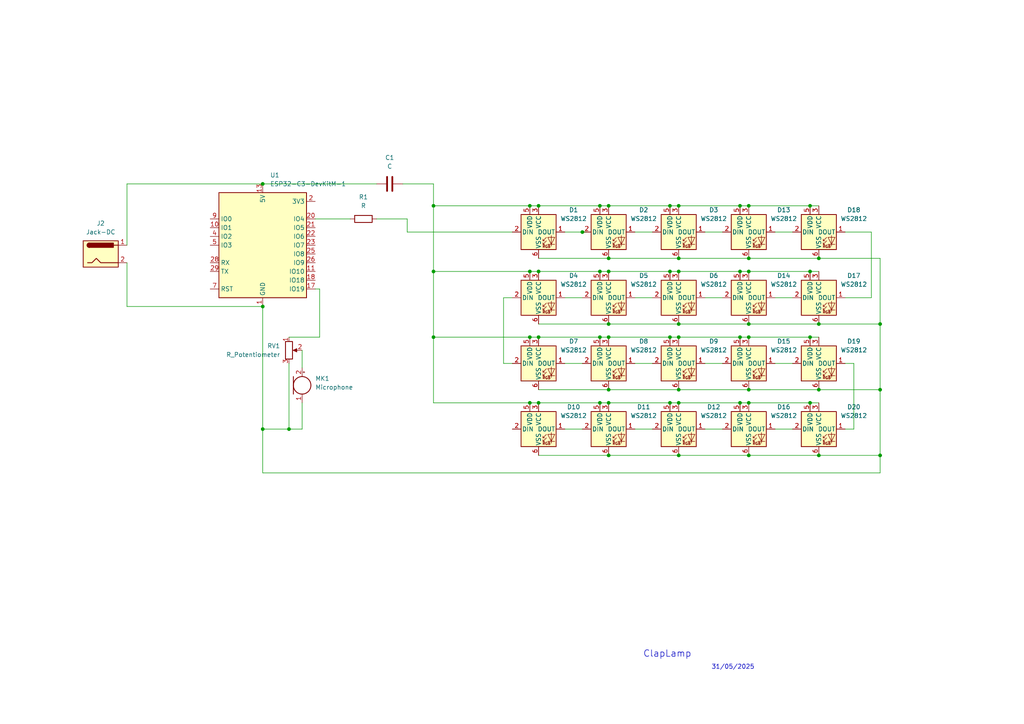
<source format=kicad_sch>
(kicad_sch
	(version 20250114)
	(generator "eeschema")
	(generator_version "9.0")
	(uuid "4580544c-1cc0-44ab-9ec4-c1cac4c51f02")
	(paper "A4")
	(lib_symbols
		(symbol "Connector:Jack-DC"
			(pin_names
				(offset 1.016)
			)
			(exclude_from_sim no)
			(in_bom yes)
			(on_board yes)
			(property "Reference" "J"
				(at 0 5.334 0)
				(effects
					(font
						(size 1.27 1.27)
					)
				)
			)
			(property "Value" "Jack-DC"
				(at 0 -5.08 0)
				(effects
					(font
						(size 1.27 1.27)
					)
				)
			)
			(property "Footprint" ""
				(at 1.27 -1.016 0)
				(effects
					(font
						(size 1.27 1.27)
					)
					(hide yes)
				)
			)
			(property "Datasheet" "~"
				(at 1.27 -1.016 0)
				(effects
					(font
						(size 1.27 1.27)
					)
					(hide yes)
				)
			)
			(property "Description" "DC Barrel Jack"
				(at 0 0 0)
				(effects
					(font
						(size 1.27 1.27)
					)
					(hide yes)
				)
			)
			(property "ki_keywords" "DC power barrel jack connector"
				(at 0 0 0)
				(effects
					(font
						(size 1.27 1.27)
					)
					(hide yes)
				)
			)
			(property "ki_fp_filters" "BarrelJack*"
				(at 0 0 0)
				(effects
					(font
						(size 1.27 1.27)
					)
					(hide yes)
				)
			)
			(symbol "Jack-DC_0_1"
				(rectangle
					(start -5.08 3.81)
					(end 5.08 -3.81)
					(stroke
						(width 0.254)
						(type default)
					)
					(fill
						(type background)
					)
				)
				(polyline
					(pts
						(xy -3.81 -2.54) (xy -2.54 -2.54) (xy -1.27 -1.27) (xy 0 -2.54) (xy 2.54 -2.54) (xy 5.08 -2.54)
					)
					(stroke
						(width 0.254)
						(type default)
					)
					(fill
						(type none)
					)
				)
				(arc
					(start -3.302 1.905)
					(mid -3.9343 2.54)
					(end -3.302 3.175)
					(stroke
						(width 0.254)
						(type default)
					)
					(fill
						(type none)
					)
				)
				(arc
					(start -3.302 1.905)
					(mid -3.9343 2.54)
					(end -3.302 3.175)
					(stroke
						(width 0.254)
						(type default)
					)
					(fill
						(type outline)
					)
				)
				(rectangle
					(start 3.683 3.175)
					(end -3.302 1.905)
					(stroke
						(width 0.254)
						(type default)
					)
					(fill
						(type outline)
					)
				)
				(polyline
					(pts
						(xy 5.08 2.54) (xy 3.81 2.54)
					)
					(stroke
						(width 0.254)
						(type default)
					)
					(fill
						(type none)
					)
				)
			)
			(symbol "Jack-DC_1_1"
				(pin passive line
					(at 7.62 2.54 180)
					(length 2.54)
					(name "~"
						(effects
							(font
								(size 1.27 1.27)
							)
						)
					)
					(number "1"
						(effects
							(font
								(size 1.27 1.27)
							)
						)
					)
				)
				(pin passive line
					(at 7.62 -2.54 180)
					(length 2.54)
					(name "~"
						(effects
							(font
								(size 1.27 1.27)
							)
						)
					)
					(number "2"
						(effects
							(font
								(size 1.27 1.27)
							)
						)
					)
				)
			)
			(embedded_fonts no)
		)
		(symbol "Device:C"
			(pin_numbers
				(hide yes)
			)
			(pin_names
				(offset 0.254)
			)
			(exclude_from_sim no)
			(in_bom yes)
			(on_board yes)
			(property "Reference" "C"
				(at 0.635 2.54 0)
				(effects
					(font
						(size 1.27 1.27)
					)
					(justify left)
				)
			)
			(property "Value" "C"
				(at 0.635 -2.54 0)
				(effects
					(font
						(size 1.27 1.27)
					)
					(justify left)
				)
			)
			(property "Footprint" ""
				(at 0.9652 -3.81 0)
				(effects
					(font
						(size 1.27 1.27)
					)
					(hide yes)
				)
			)
			(property "Datasheet" "~"
				(at 0 0 0)
				(effects
					(font
						(size 1.27 1.27)
					)
					(hide yes)
				)
			)
			(property "Description" "Unpolarized capacitor"
				(at 0 0 0)
				(effects
					(font
						(size 1.27 1.27)
					)
					(hide yes)
				)
			)
			(property "ki_keywords" "cap capacitor"
				(at 0 0 0)
				(effects
					(font
						(size 1.27 1.27)
					)
					(hide yes)
				)
			)
			(property "ki_fp_filters" "C_*"
				(at 0 0 0)
				(effects
					(font
						(size 1.27 1.27)
					)
					(hide yes)
				)
			)
			(symbol "C_0_1"
				(polyline
					(pts
						(xy -2.032 0.762) (xy 2.032 0.762)
					)
					(stroke
						(width 0.508)
						(type default)
					)
					(fill
						(type none)
					)
				)
				(polyline
					(pts
						(xy -2.032 -0.762) (xy 2.032 -0.762)
					)
					(stroke
						(width 0.508)
						(type default)
					)
					(fill
						(type none)
					)
				)
			)
			(symbol "C_1_1"
				(pin passive line
					(at 0 3.81 270)
					(length 2.794)
					(name "~"
						(effects
							(font
								(size 1.27 1.27)
							)
						)
					)
					(number "1"
						(effects
							(font
								(size 1.27 1.27)
							)
						)
					)
				)
				(pin passive line
					(at 0 -3.81 90)
					(length 2.794)
					(name "~"
						(effects
							(font
								(size 1.27 1.27)
							)
						)
					)
					(number "2"
						(effects
							(font
								(size 1.27 1.27)
							)
						)
					)
				)
			)
			(embedded_fonts no)
		)
		(symbol "Device:Microphone"
			(pin_names
				(offset 0.0254)
				(hide yes)
			)
			(exclude_from_sim no)
			(in_bom yes)
			(on_board yes)
			(property "Reference" "MK"
				(at -3.81 1.27 0)
				(effects
					(font
						(size 1.27 1.27)
					)
					(justify right)
				)
			)
			(property "Value" "Microphone"
				(at -3.81 -0.635 0)
				(effects
					(font
						(size 1.27 1.27)
					)
					(justify right)
				)
			)
			(property "Footprint" ""
				(at 0 2.54 90)
				(effects
					(font
						(size 1.27 1.27)
					)
					(hide yes)
				)
			)
			(property "Datasheet" "~"
				(at 0 2.54 90)
				(effects
					(font
						(size 1.27 1.27)
					)
					(hide yes)
				)
			)
			(property "Description" "Microphone"
				(at 0 0 0)
				(effects
					(font
						(size 1.27 1.27)
					)
					(hide yes)
				)
			)
			(property "ki_keywords" "microphone"
				(at 0 0 0)
				(effects
					(font
						(size 1.27 1.27)
					)
					(hide yes)
				)
			)
			(symbol "Microphone_0_1"
				(polyline
					(pts
						(xy -2.54 2.54) (xy -2.54 -2.54)
					)
					(stroke
						(width 0.254)
						(type default)
					)
					(fill
						(type none)
					)
				)
				(circle
					(center 0 0)
					(radius 2.54)
					(stroke
						(width 0.254)
						(type default)
					)
					(fill
						(type none)
					)
				)
				(polyline
					(pts
						(xy 0.254 3.81) (xy 0.762 3.81)
					)
					(stroke
						(width 0)
						(type default)
					)
					(fill
						(type none)
					)
				)
				(polyline
					(pts
						(xy 0.508 4.064) (xy 0.508 3.556)
					)
					(stroke
						(width 0)
						(type default)
					)
					(fill
						(type none)
					)
				)
			)
			(symbol "Microphone_1_1"
				(pin passive line
					(at 0 5.08 270)
					(length 2.54)
					(name "+"
						(effects
							(font
								(size 1.27 1.27)
							)
						)
					)
					(number "2"
						(effects
							(font
								(size 1.27 1.27)
							)
						)
					)
				)
				(pin passive line
					(at 0 -5.08 90)
					(length 2.54)
					(name "-"
						(effects
							(font
								(size 1.27 1.27)
							)
						)
					)
					(number "1"
						(effects
							(font
								(size 1.27 1.27)
							)
						)
					)
				)
			)
			(embedded_fonts no)
		)
		(symbol "Device:R"
			(pin_numbers
				(hide yes)
			)
			(pin_names
				(offset 0)
			)
			(exclude_from_sim no)
			(in_bom yes)
			(on_board yes)
			(property "Reference" "R"
				(at 2.032 0 90)
				(effects
					(font
						(size 1.27 1.27)
					)
				)
			)
			(property "Value" "R"
				(at 0 0 90)
				(effects
					(font
						(size 1.27 1.27)
					)
				)
			)
			(property "Footprint" ""
				(at -1.778 0 90)
				(effects
					(font
						(size 1.27 1.27)
					)
					(hide yes)
				)
			)
			(property "Datasheet" "~"
				(at 0 0 0)
				(effects
					(font
						(size 1.27 1.27)
					)
					(hide yes)
				)
			)
			(property "Description" "Resistor"
				(at 0 0 0)
				(effects
					(font
						(size 1.27 1.27)
					)
					(hide yes)
				)
			)
			(property "ki_keywords" "R res resistor"
				(at 0 0 0)
				(effects
					(font
						(size 1.27 1.27)
					)
					(hide yes)
				)
			)
			(property "ki_fp_filters" "R_*"
				(at 0 0 0)
				(effects
					(font
						(size 1.27 1.27)
					)
					(hide yes)
				)
			)
			(symbol "R_0_1"
				(rectangle
					(start -1.016 -2.54)
					(end 1.016 2.54)
					(stroke
						(width 0.254)
						(type default)
					)
					(fill
						(type none)
					)
				)
			)
			(symbol "R_1_1"
				(pin passive line
					(at 0 3.81 270)
					(length 1.27)
					(name "~"
						(effects
							(font
								(size 1.27 1.27)
							)
						)
					)
					(number "1"
						(effects
							(font
								(size 1.27 1.27)
							)
						)
					)
				)
				(pin passive line
					(at 0 -3.81 90)
					(length 1.27)
					(name "~"
						(effects
							(font
								(size 1.27 1.27)
							)
						)
					)
					(number "2"
						(effects
							(font
								(size 1.27 1.27)
							)
						)
					)
				)
			)
			(embedded_fonts no)
		)
		(symbol "Device:R_Potentiometer"
			(pin_names
				(offset 1.016)
				(hide yes)
			)
			(exclude_from_sim no)
			(in_bom yes)
			(on_board yes)
			(property "Reference" "RV"
				(at -4.445 0 90)
				(effects
					(font
						(size 1.27 1.27)
					)
				)
			)
			(property "Value" "R_Potentiometer"
				(at -2.54 0 90)
				(effects
					(font
						(size 1.27 1.27)
					)
				)
			)
			(property "Footprint" ""
				(at 0 0 0)
				(effects
					(font
						(size 1.27 1.27)
					)
					(hide yes)
				)
			)
			(property "Datasheet" "~"
				(at 0 0 0)
				(effects
					(font
						(size 1.27 1.27)
					)
					(hide yes)
				)
			)
			(property "Description" "Potentiometer"
				(at 0 0 0)
				(effects
					(font
						(size 1.27 1.27)
					)
					(hide yes)
				)
			)
			(property "ki_keywords" "resistor variable"
				(at 0 0 0)
				(effects
					(font
						(size 1.27 1.27)
					)
					(hide yes)
				)
			)
			(property "ki_fp_filters" "Potentiometer*"
				(at 0 0 0)
				(effects
					(font
						(size 1.27 1.27)
					)
					(hide yes)
				)
			)
			(symbol "R_Potentiometer_0_1"
				(rectangle
					(start 1.016 2.54)
					(end -1.016 -2.54)
					(stroke
						(width 0.254)
						(type default)
					)
					(fill
						(type none)
					)
				)
				(polyline
					(pts
						(xy 1.143 0) (xy 2.286 0.508) (xy 2.286 -0.508) (xy 1.143 0)
					)
					(stroke
						(width 0)
						(type default)
					)
					(fill
						(type outline)
					)
				)
				(polyline
					(pts
						(xy 2.54 0) (xy 1.524 0)
					)
					(stroke
						(width 0)
						(type default)
					)
					(fill
						(type none)
					)
				)
			)
			(symbol "R_Potentiometer_1_1"
				(pin passive line
					(at 0 3.81 270)
					(length 1.27)
					(name "1"
						(effects
							(font
								(size 1.27 1.27)
							)
						)
					)
					(number "1"
						(effects
							(font
								(size 1.27 1.27)
							)
						)
					)
				)
				(pin passive line
					(at 0 -3.81 90)
					(length 1.27)
					(name "3"
						(effects
							(font
								(size 1.27 1.27)
							)
						)
					)
					(number "3"
						(effects
							(font
								(size 1.27 1.27)
							)
						)
					)
				)
				(pin passive line
					(at 3.81 0 180)
					(length 1.27)
					(name "2"
						(effects
							(font
								(size 1.27 1.27)
							)
						)
					)
					(number "2"
						(effects
							(font
								(size 1.27 1.27)
							)
						)
					)
				)
			)
			(embedded_fonts no)
		)
		(symbol "LED:WS2812"
			(pin_names
				(offset 0.254)
			)
			(exclude_from_sim no)
			(in_bom yes)
			(on_board yes)
			(property "Reference" "D"
				(at 5.08 5.715 0)
				(effects
					(font
						(size 1.27 1.27)
					)
					(justify right bottom)
				)
			)
			(property "Value" "WS2812"
				(at 1.27 -5.715 0)
				(effects
					(font
						(size 1.27 1.27)
					)
					(justify left top)
				)
			)
			(property "Footprint" "LED_SMD:LED_WS2812_PLCC6_5.0x5.0mm_P1.6mm"
				(at 1.27 -7.62 0)
				(effects
					(font
						(size 1.27 1.27)
					)
					(justify left top)
					(hide yes)
				)
			)
			(property "Datasheet" "https://cdn-shop.adafruit.com/datasheets/WS2812.pdf"
				(at 2.54 -9.525 0)
				(effects
					(font
						(size 1.27 1.27)
					)
					(justify left top)
					(hide yes)
				)
			)
			(property "Description" "RGB LED with integrated controller"
				(at 0 0 0)
				(effects
					(font
						(size 1.27 1.27)
					)
					(hide yes)
				)
			)
			(property "ki_keywords" "RGB LED NeoPixel addressable"
				(at 0 0 0)
				(effects
					(font
						(size 1.27 1.27)
					)
					(hide yes)
				)
			)
			(property "ki_fp_filters" "LED*WS2812*PLCC*5.0x5.0mm*P1.6mm*"
				(at 0 0 0)
				(effects
					(font
						(size 1.27 1.27)
					)
					(hide yes)
				)
			)
			(symbol "WS2812_0_0"
				(text "RGB"
					(at 2.286 -4.191 0)
					(effects
						(font
							(size 0.762 0.762)
						)
					)
				)
			)
			(symbol "WS2812_0_1"
				(polyline
					(pts
						(xy 1.27 -2.54) (xy 1.778 -2.54)
					)
					(stroke
						(width 0)
						(type default)
					)
					(fill
						(type none)
					)
				)
				(polyline
					(pts
						(xy 1.27 -3.556) (xy 1.778 -3.556)
					)
					(stroke
						(width 0)
						(type default)
					)
					(fill
						(type none)
					)
				)
				(polyline
					(pts
						(xy 2.286 -1.524) (xy 1.27 -2.54) (xy 1.27 -2.032)
					)
					(stroke
						(width 0)
						(type default)
					)
					(fill
						(type none)
					)
				)
				(polyline
					(pts
						(xy 2.286 -2.54) (xy 1.27 -3.556) (xy 1.27 -3.048)
					)
					(stroke
						(width 0)
						(type default)
					)
					(fill
						(type none)
					)
				)
				(polyline
					(pts
						(xy 3.683 -1.016) (xy 3.683 -3.556) (xy 3.683 -4.064)
					)
					(stroke
						(width 0)
						(type default)
					)
					(fill
						(type none)
					)
				)
				(polyline
					(pts
						(xy 4.699 -1.524) (xy 2.667 -1.524) (xy 3.683 -3.556) (xy 4.699 -1.524)
					)
					(stroke
						(width 0)
						(type default)
					)
					(fill
						(type none)
					)
				)
				(polyline
					(pts
						(xy 4.699 -3.556) (xy 2.667 -3.556)
					)
					(stroke
						(width 0)
						(type default)
					)
					(fill
						(type none)
					)
				)
				(rectangle
					(start 5.08 5.08)
					(end -5.08 -5.08)
					(stroke
						(width 0.254)
						(type default)
					)
					(fill
						(type background)
					)
				)
			)
			(symbol "WS2812_1_1"
				(pin input line
					(at -7.62 0 0)
					(length 2.54)
					(name "DIN"
						(effects
							(font
								(size 1.27 1.27)
							)
						)
					)
					(number "2"
						(effects
							(font
								(size 1.27 1.27)
							)
						)
					)
				)
				(pin power_in line
					(at -2.54 7.62 270)
					(length 2.54)
					(name "VDD"
						(effects
							(font
								(size 1.27 1.27)
							)
						)
					)
					(number "5"
						(effects
							(font
								(size 1.27 1.27)
							)
						)
					)
				)
				(pin power_in line
					(at 0 7.62 270)
					(length 2.54)
					(name "VCC"
						(effects
							(font
								(size 1.27 1.27)
							)
						)
					)
					(number "3"
						(effects
							(font
								(size 1.27 1.27)
							)
						)
					)
				)
				(pin power_in line
					(at 0 -7.62 90)
					(length 2.54)
					(name "VSS"
						(effects
							(font
								(size 1.27 1.27)
							)
						)
					)
					(number "6"
						(effects
							(font
								(size 1.27 1.27)
							)
						)
					)
				)
				(pin no_connect line
					(at 5.08 2.54 180)
					(length 2.54)
					(hide yes)
					(name "NC"
						(effects
							(font
								(size 1.27 1.27)
							)
						)
					)
					(number "4"
						(effects
							(font
								(size 1.27 1.27)
							)
						)
					)
				)
				(pin output line
					(at 7.62 0 180)
					(length 2.54)
					(name "DOUT"
						(effects
							(font
								(size 1.27 1.27)
							)
						)
					)
					(number "1"
						(effects
							(font
								(size 1.27 1.27)
							)
						)
					)
				)
			)
			(embedded_fonts no)
		)
		(symbol "RF_Module:ESP32-C3-DevKitM-1"
			(exclude_from_sim no)
			(in_bom yes)
			(on_board yes)
			(property "Reference" "U"
				(at 7.62 16.51 0)
				(effects
					(font
						(size 1.27 1.27)
					)
				)
			)
			(property "Value" "ESP32-C3-DevKitM-1"
				(at 11.684 -16.764 0)
				(effects
					(font
						(size 1.27 1.27)
					)
				)
			)
			(property "Footprint" "RF_Module:ESP32-C3-DevKitM-1"
				(at 0 -25.4 0)
				(effects
					(font
						(size 1.27 1.27)
					)
					(hide yes)
				)
			)
			(property "Datasheet" "https://docs.espressif.com/projects/esp-idf/en/latest/esp32c3/hw-reference/esp32c3/user-guide-devkitm-1.html"
				(at 0 -30.48 0)
				(effects
					(font
						(size 1.27 1.27)
					)
					(hide yes)
				)
			)
			(property "Description" "Development board featuring ESP32-C3-MINI-1 module"
				(at 0 -27.94 0)
				(effects
					(font
						(size 1.27 1.27)
					)
					(hide yes)
				)
			)
			(property "ki_keywords" "riscv wifi bluetooth ble"
				(at 0 0 0)
				(effects
					(font
						(size 1.27 1.27)
					)
					(hide yes)
				)
			)
			(property "ki_fp_filters" "*ESP32?C3?DevKitM?1*"
				(at 0 0 0)
				(effects
					(font
						(size 1.27 1.27)
					)
					(hide yes)
				)
			)
			(symbol "ESP32-C3-DevKitM-1_1_1"
				(rectangle
					(start -12.7 15.24)
					(end 12.7 -15.24)
					(stroke
						(width 0.254)
						(type default)
					)
					(fill
						(type background)
					)
				)
				(pin bidirectional line
					(at -15.24 7.62 0)
					(length 2.54)
					(name "IO0"
						(effects
							(font
								(size 1.27 1.27)
							)
						)
					)
					(number "9"
						(effects
							(font
								(size 1.27 1.27)
							)
						)
					)
					(alternate "ADC1_CH0" passive line)
					(alternate "XTAL_32K_P" passive line)
				)
				(pin bidirectional line
					(at -15.24 5.08 0)
					(length 2.54)
					(name "IO1"
						(effects
							(font
								(size 1.27 1.27)
							)
						)
					)
					(number "10"
						(effects
							(font
								(size 1.27 1.27)
							)
						)
					)
					(alternate "ADC1_CH1" passive line)
					(alternate "XTAL_32K_N" passive line)
				)
				(pin bidirectional line
					(at -15.24 2.54 0)
					(length 2.54)
					(name "IO2"
						(effects
							(font
								(size 1.27 1.27)
							)
						)
					)
					(number "4"
						(effects
							(font
								(size 1.27 1.27)
							)
						)
					)
					(alternate "ADC1_CH0" passive line)
					(alternate "FSPIQ" passive line)
				)
				(pin bidirectional line
					(at -15.24 0 0)
					(length 2.54)
					(name "IO3"
						(effects
							(font
								(size 1.27 1.27)
							)
						)
					)
					(number "5"
						(effects
							(font
								(size 1.27 1.27)
							)
						)
					)
					(alternate "ADC1_CH3" passive line)
				)
				(pin input line
					(at -15.24 -5.08 0)
					(length 2.54)
					(name "RX"
						(effects
							(font
								(size 1.27 1.27)
							)
						)
					)
					(number "28"
						(effects
							(font
								(size 1.27 1.27)
							)
						)
					)
					(alternate "IO20" passive line)
				)
				(pin output line
					(at -15.24 -7.62 0)
					(length 2.54)
					(name "TX"
						(effects
							(font
								(size 1.27 1.27)
							)
						)
					)
					(number "29"
						(effects
							(font
								(size 1.27 1.27)
							)
						)
					)
					(alternate "IO21" passive line)
				)
				(pin input line
					(at -15.24 -12.7 0)
					(length 2.54)
					(name "RST"
						(effects
							(font
								(size 1.27 1.27)
							)
						)
					)
					(number "7"
						(effects
							(font
								(size 1.27 1.27)
							)
						)
					)
				)
				(pin passive line
					(at 0 17.78 270)
					(length 2.54)
					(name "5V"
						(effects
							(font
								(size 1.27 1.27)
							)
						)
					)
					(number "13"
						(effects
							(font
								(size 1.27 1.27)
							)
						)
					)
				)
				(pin passive line
					(at 0 17.78 270)
					(length 2.54)
					(hide yes)
					(name "5V"
						(effects
							(font
								(size 1.27 1.27)
							)
						)
					)
					(number "14"
						(effects
							(font
								(size 1.27 1.27)
							)
						)
					)
				)
				(pin power_in line
					(at 0 -17.78 90)
					(length 2.54)
					(name "GND"
						(effects
							(font
								(size 1.27 1.27)
							)
						)
					)
					(number "1"
						(effects
							(font
								(size 1.27 1.27)
							)
						)
					)
				)
				(pin passive line
					(at 0 -17.78 90)
					(length 2.54)
					(hide yes)
					(name "GND"
						(effects
							(font
								(size 1.27 1.27)
							)
						)
					)
					(number "12"
						(effects
							(font
								(size 1.27 1.27)
							)
						)
					)
				)
				(pin passive line
					(at 0 -17.78 90)
					(length 2.54)
					(hide yes)
					(name "GND"
						(effects
							(font
								(size 1.27 1.27)
							)
						)
					)
					(number "15"
						(effects
							(font
								(size 1.27 1.27)
							)
						)
					)
				)
				(pin passive line
					(at 0 -17.78 90)
					(length 2.54)
					(hide yes)
					(name "GND"
						(effects
							(font
								(size 1.27 1.27)
							)
						)
					)
					(number "16"
						(effects
							(font
								(size 1.27 1.27)
							)
						)
					)
				)
				(pin passive line
					(at 0 -17.78 90)
					(length 2.54)
					(hide yes)
					(name "GND"
						(effects
							(font
								(size 1.27 1.27)
							)
						)
					)
					(number "19"
						(effects
							(font
								(size 1.27 1.27)
							)
						)
					)
				)
				(pin passive line
					(at 0 -17.78 90)
					(length 2.54)
					(hide yes)
					(name "GND"
						(effects
							(font
								(size 1.27 1.27)
							)
						)
					)
					(number "24"
						(effects
							(font
								(size 1.27 1.27)
							)
						)
					)
				)
				(pin passive line
					(at 0 -17.78 90)
					(length 2.54)
					(hide yes)
					(name "GND"
						(effects
							(font
								(size 1.27 1.27)
							)
						)
					)
					(number "27"
						(effects
							(font
								(size 1.27 1.27)
							)
						)
					)
				)
				(pin passive line
					(at 0 -17.78 90)
					(length 2.54)
					(hide yes)
					(name "GND"
						(effects
							(font
								(size 1.27 1.27)
							)
						)
					)
					(number "30"
						(effects
							(font
								(size 1.27 1.27)
							)
						)
					)
				)
				(pin passive line
					(at 0 -17.78 90)
					(length 2.54)
					(hide yes)
					(name "GND"
						(effects
							(font
								(size 1.27 1.27)
							)
						)
					)
					(number "6"
						(effects
							(font
								(size 1.27 1.27)
							)
						)
					)
				)
				(pin passive line
					(at 0 -17.78 90)
					(length 2.54)
					(hide yes)
					(name "GND"
						(effects
							(font
								(size 1.27 1.27)
							)
						)
					)
					(number "8"
						(effects
							(font
								(size 1.27 1.27)
							)
						)
					)
				)
				(pin power_out line
					(at 15.24 12.7 180)
					(length 2.54)
					(name "3V3"
						(effects
							(font
								(size 1.27 1.27)
							)
						)
					)
					(number "2"
						(effects
							(font
								(size 1.27 1.27)
							)
						)
					)
				)
				(pin passive line
					(at 15.24 12.7 180)
					(length 2.54)
					(hide yes)
					(name "3V3"
						(effects
							(font
								(size 1.27 1.27)
							)
						)
					)
					(number "3"
						(effects
							(font
								(size 1.27 1.27)
							)
						)
					)
				)
				(pin bidirectional line
					(at 15.24 7.62 180)
					(length 2.54)
					(name "IO4"
						(effects
							(font
								(size 1.27 1.27)
							)
						)
					)
					(number "20"
						(effects
							(font
								(size 1.27 1.27)
							)
						)
					)
					(alternate "ADC1_CH4" passive line)
					(alternate "FSPIHD" passive line)
					(alternate "MTMS" passive line)
				)
				(pin bidirectional line
					(at 15.24 5.08 180)
					(length 2.54)
					(name "IO5"
						(effects
							(font
								(size 1.27 1.27)
							)
						)
					)
					(number "21"
						(effects
							(font
								(size 1.27 1.27)
							)
						)
					)
					(alternate "ADC2_CH0" passive line)
					(alternate "FSPIWP" passive line)
					(alternate "MTDI" passive line)
				)
				(pin bidirectional line
					(at 15.24 2.54 180)
					(length 2.54)
					(name "IO6"
						(effects
							(font
								(size 1.27 1.27)
							)
						)
					)
					(number "22"
						(effects
							(font
								(size 1.27 1.27)
							)
						)
					)
					(alternate "FSPICLK" passive line)
					(alternate "MTCK" passive line)
				)
				(pin bidirectional line
					(at 15.24 0 180)
					(length 2.54)
					(name "IO7"
						(effects
							(font
								(size 1.27 1.27)
							)
						)
					)
					(number "23"
						(effects
							(font
								(size 1.27 1.27)
							)
						)
					)
					(alternate "FSPID" passive line)
					(alternate "MTDO" passive line)
				)
				(pin bidirectional line
					(at 15.24 -2.54 180)
					(length 2.54)
					(name "IO8"
						(effects
							(font
								(size 1.27 1.27)
							)
						)
					)
					(number "25"
						(effects
							(font
								(size 1.27 1.27)
							)
						)
					)
				)
				(pin bidirectional line
					(at 15.24 -5.08 180)
					(length 2.54)
					(name "IO9"
						(effects
							(font
								(size 1.27 1.27)
							)
						)
					)
					(number "26"
						(effects
							(font
								(size 1.27 1.27)
							)
						)
					)
				)
				(pin bidirectional line
					(at 15.24 -7.62 180)
					(length 2.54)
					(name "IO10"
						(effects
							(font
								(size 1.27 1.27)
							)
						)
					)
					(number "11"
						(effects
							(font
								(size 1.27 1.27)
							)
						)
					)
					(alternate "FSPICS0" passive line)
				)
				(pin bidirectional line
					(at 15.24 -10.16 180)
					(length 2.54)
					(name "IO18"
						(effects
							(font
								(size 1.27 1.27)
							)
						)
					)
					(number "18"
						(effects
							(font
								(size 1.27 1.27)
							)
						)
					)
					(alternate "USB_D-" passive line)
				)
				(pin bidirectional line
					(at 15.24 -12.7 180)
					(length 2.54)
					(name "IO19"
						(effects
							(font
								(size 1.27 1.27)
							)
						)
					)
					(number "17"
						(effects
							(font
								(size 1.27 1.27)
							)
						)
					)
					(alternate "USB_D+" passive line)
				)
			)
			(embedded_fonts no)
		)
	)
	(text "31/05/2025"
		(exclude_from_sim no)
		(at 212.598 193.548 0)
		(effects
			(font
				(size 1.27 1.27)
			)
		)
		(uuid "0c7170d0-aaf2-4c97-9c61-4fe627df86c1")
	)
	(text "ClapLamp"
		(exclude_from_sim no)
		(at 193.548 189.738 0)
		(effects
			(font
				(size 1.905 1.905)
			)
		)
		(uuid "d873c599-f2b3-4c5f-8f99-ec724e536953")
	)
	(junction
		(at 234.95 59.69)
		(diameter 0)
		(color 0 0 0 0)
		(uuid "0457837d-22fe-4a01-a4a9-d85b71feb7bb")
	)
	(junction
		(at 214.63 116.84)
		(diameter 0)
		(color 0 0 0 0)
		(uuid "05b2ec0a-a809-4d48-9b29-eb75d8942340")
	)
	(junction
		(at 217.17 59.69)
		(diameter 0)
		(color 0 0 0 0)
		(uuid "06647c77-85e0-40c9-9ce2-7c35128e93b6")
	)
	(junction
		(at 176.53 93.98)
		(diameter 0)
		(color 0 0 0 0)
		(uuid "08f0b66b-8bdd-4330-83a7-4d4761b254f2")
	)
	(junction
		(at 76.2 88.9)
		(diameter 0)
		(color 0 0 0 0)
		(uuid "0d3f31c9-03e9-4cca-882f-b3fb30ef1f07")
	)
	(junction
		(at 173.99 59.69)
		(diameter 0)
		(color 0 0 0 0)
		(uuid "19902a30-fe93-4c10-af91-69cf3ecd46e8")
	)
	(junction
		(at 196.85 132.08)
		(diameter 0)
		(color 0 0 0 0)
		(uuid "1cd70d55-fc8b-4a10-9b2e-c8f70a4dfae2")
	)
	(junction
		(at 196.85 78.74)
		(diameter 0)
		(color 0 0 0 0)
		(uuid "2836e71f-1c4d-4604-813d-8d2b4d81e03e")
	)
	(junction
		(at 234.95 116.84)
		(diameter 0)
		(color 0 0 0 0)
		(uuid "285a5196-cada-445e-89ec-855b86ae24d9")
	)
	(junction
		(at 194.31 59.69)
		(diameter 0)
		(color 0 0 0 0)
		(uuid "2b6b5c31-edf0-451f-b666-b53adc7ecc6e")
	)
	(junction
		(at 255.27 113.03)
		(diameter 0)
		(color 0 0 0 0)
		(uuid "2ccb2a92-3d85-40ab-858f-51e446d237c6")
	)
	(junction
		(at 194.31 97.79)
		(diameter 0)
		(color 0 0 0 0)
		(uuid "310eecef-7ac8-4f54-83b9-47b55b025575")
	)
	(junction
		(at 173.99 97.79)
		(diameter 0)
		(color 0 0 0 0)
		(uuid "33825c63-6ca3-42f5-a805-23432a17c9fd")
	)
	(junction
		(at 196.85 59.69)
		(diameter 0)
		(color 0 0 0 0)
		(uuid "350c0f01-f551-4ca0-9c1b-f02c8b07c490")
	)
	(junction
		(at 173.99 78.74)
		(diameter 0)
		(color 0 0 0 0)
		(uuid "386c07fc-5c38-4343-b002-8deab7b1b9c9")
	)
	(junction
		(at 217.17 132.08)
		(diameter 0)
		(color 0 0 0 0)
		(uuid "3cd7733f-17da-46ba-88f7-2e50651a57cb")
	)
	(junction
		(at 176.53 97.79)
		(diameter 0)
		(color 0 0 0 0)
		(uuid "3d5e34f0-5ab9-4b1b-812f-b9eb5ea1d143")
	)
	(junction
		(at 196.85 97.79)
		(diameter 0)
		(color 0 0 0 0)
		(uuid "451342a5-d9f8-46e5-be29-9ea49bb38c55")
	)
	(junction
		(at 125.73 59.69)
		(diameter 0)
		(color 0 0 0 0)
		(uuid "45439e93-6d71-425a-99bb-9bd6b74c0385")
	)
	(junction
		(at 156.21 116.84)
		(diameter 0)
		(color 0 0 0 0)
		(uuid "49e56aca-d818-4441-941f-327c35e8805c")
	)
	(junction
		(at 217.17 74.93)
		(diameter 0)
		(color 0 0 0 0)
		(uuid "505844a5-3aac-4fe0-8862-12c83943fccd")
	)
	(junction
		(at 237.49 93.98)
		(diameter 0)
		(color 0 0 0 0)
		(uuid "53d24d82-9682-41d7-8da9-1f07521dc746")
	)
	(junction
		(at 217.17 78.74)
		(diameter 0)
		(color 0 0 0 0)
		(uuid "544273e4-9789-4589-bcf0-cd530f9754df")
	)
	(junction
		(at 237.49 132.08)
		(diameter 0)
		(color 0 0 0 0)
		(uuid "56302eab-2895-4c08-a4f5-81cb2edef86b")
	)
	(junction
		(at 255.27 132.08)
		(diameter 0)
		(color 0 0 0 0)
		(uuid "5dd62777-1f77-4b0a-a450-966fba45f1dc")
	)
	(junction
		(at 176.53 59.69)
		(diameter 0)
		(color 0 0 0 0)
		(uuid "608ff4c9-66a6-4e4a-8b28-5ec0ea5e3b17")
	)
	(junction
		(at 237.49 74.93)
		(diameter 0)
		(color 0 0 0 0)
		(uuid "61635418-57cb-4aa2-93df-6eb6abc0d921")
	)
	(junction
		(at 217.17 113.03)
		(diameter 0)
		(color 0 0 0 0)
		(uuid "62c59aa5-7469-44fd-8a53-119f86f1523f")
	)
	(junction
		(at 255.27 93.98)
		(diameter 0)
		(color 0 0 0 0)
		(uuid "638f94f2-0b2c-46ad-bd26-444c8b523653")
	)
	(junction
		(at 217.17 116.84)
		(diameter 0)
		(color 0 0 0 0)
		(uuid "692cec6e-a1dd-4f61-99c8-195d881a5baa")
	)
	(junction
		(at 125.73 97.79)
		(diameter 0)
		(color 0 0 0 0)
		(uuid "746f4f74-b85d-401b-a1c9-6adc437d8258")
	)
	(junction
		(at 196.85 74.93)
		(diameter 0)
		(color 0 0 0 0)
		(uuid "84b1d48f-bc8c-413d-bbf4-d2d91c4fdef4")
	)
	(junction
		(at 234.95 97.79)
		(diameter 0)
		(color 0 0 0 0)
		(uuid "8a3cac3a-ba92-455e-a929-c3fb30ebf2db")
	)
	(junction
		(at 176.53 78.74)
		(diameter 0)
		(color 0 0 0 0)
		(uuid "967f3aab-24c5-43e7-8003-fbc21e157b01")
	)
	(junction
		(at 156.21 97.79)
		(diameter 0)
		(color 0 0 0 0)
		(uuid "99f6ea16-643b-4cef-bbb0-0a417adc1413")
	)
	(junction
		(at 176.53 113.03)
		(diameter 0)
		(color 0 0 0 0)
		(uuid "9b410c8b-bf0f-4989-b640-94e4f7bc529d")
	)
	(junction
		(at 156.21 59.69)
		(diameter 0)
		(color 0 0 0 0)
		(uuid "9f175cb9-c7be-4de4-8ce0-84d7cdad3d7a")
	)
	(junction
		(at 214.63 78.74)
		(diameter 0)
		(color 0 0 0 0)
		(uuid "a3ebf9ad-92e1-4818-8b7b-2662569836ac")
	)
	(junction
		(at 173.99 116.84)
		(diameter 0)
		(color 0 0 0 0)
		(uuid "afa5c92b-0ba2-457b-b81c-64435dff0e8a")
	)
	(junction
		(at 234.95 78.74)
		(diameter 0)
		(color 0 0 0 0)
		(uuid "b3a0962b-1058-4852-aff9-799ecc2d6a3a")
	)
	(junction
		(at 196.85 93.98)
		(diameter 0)
		(color 0 0 0 0)
		(uuid "b4b4bb74-d33c-430c-a902-7a012d2c9080")
	)
	(junction
		(at 125.73 78.74)
		(diameter 0)
		(color 0 0 0 0)
		(uuid "b9ebb9f7-0f72-4aa4-85c0-7c534a2a4598")
	)
	(junction
		(at 176.53 132.08)
		(diameter 0)
		(color 0 0 0 0)
		(uuid "c2abaaee-2445-47c3-9ee7-1d750105084e")
	)
	(junction
		(at 217.17 97.79)
		(diameter 0)
		(color 0 0 0 0)
		(uuid "c4aa8e5d-145e-4a9f-9079-20c8b78b0d17")
	)
	(junction
		(at 153.67 59.69)
		(diameter 0)
		(color 0 0 0 0)
		(uuid "c66db4ec-e79c-430d-9db2-a5e606f20402")
	)
	(junction
		(at 83.82 124.46)
		(diameter 0)
		(color 0 0 0 0)
		(uuid "cc2c48d1-0de0-436b-820d-1881ac55afe0")
	)
	(junction
		(at 194.31 78.74)
		(diameter 0)
		(color 0 0 0 0)
		(uuid "cfe6a490-0be2-48b3-a356-e0c52d27aa55")
	)
	(junction
		(at 214.63 97.79)
		(diameter 0)
		(color 0 0 0 0)
		(uuid "d1fe8f46-b4a7-49ec-90ba-04abb420573d")
	)
	(junction
		(at 176.53 116.84)
		(diameter 0)
		(color 0 0 0 0)
		(uuid "d2e9d95c-9526-4b15-b483-96261786a902")
	)
	(junction
		(at 153.67 97.79)
		(diameter 0)
		(color 0 0 0 0)
		(uuid "d32b03c5-9056-4b60-8937-ba2ce7cd125f")
	)
	(junction
		(at 76.2 53.34)
		(diameter 0)
		(color 0 0 0 0)
		(uuid "d5f31448-3245-4dbc-b2b1-e46fe9f135df")
	)
	(junction
		(at 153.67 116.84)
		(diameter 0)
		(color 0 0 0 0)
		(uuid "d6a672c4-b73c-45dc-ba99-963efbed31a9")
	)
	(junction
		(at 156.21 78.74)
		(diameter 0)
		(color 0 0 0 0)
		(uuid "d9878145-ba3f-48a2-be86-5fab45eb4c56")
	)
	(junction
		(at 194.31 116.84)
		(diameter 0)
		(color 0 0 0 0)
		(uuid "de20add8-1c6e-476f-a8e0-bc12f7cb94fe")
	)
	(junction
		(at 214.63 59.69)
		(diameter 0)
		(color 0 0 0 0)
		(uuid "e1a29cf5-e2ae-4830-8ab5-fa662a8a77a1")
	)
	(junction
		(at 153.67 78.74)
		(diameter 0)
		(color 0 0 0 0)
		(uuid "e562bcd2-9c4f-4344-9f22-5bd439900d79")
	)
	(junction
		(at 176.53 74.93)
		(diameter 0)
		(color 0 0 0 0)
		(uuid "e65446c6-fbab-45c4-83b8-231d03667315")
	)
	(junction
		(at 196.85 113.03)
		(diameter 0)
		(color 0 0 0 0)
		(uuid "f4a605e1-bb7c-45dc-8ed8-6b896db47750")
	)
	(junction
		(at 237.49 113.03)
		(diameter 0)
		(color 0 0 0 0)
		(uuid "f52c5e4c-77c3-4296-8b0f-2d6d0cdc1577")
	)
	(junction
		(at 196.85 116.84)
		(diameter 0)
		(color 0 0 0 0)
		(uuid "f6975427-9970-4c06-acaf-2c4f95eaf685")
	)
	(junction
		(at 168.91 67.31)
		(diameter 0)
		(color 0 0 0 0)
		(uuid "fbd60031-3e18-4e16-bc59-6135559938a2")
	)
	(junction
		(at 76.2 124.46)
		(diameter 0)
		(color 0 0 0 0)
		(uuid "fd24cf38-88db-4539-8b5d-5d41557be167")
	)
	(junction
		(at 217.17 93.98)
		(diameter 0)
		(color 0 0 0 0)
		(uuid "fe4914e7-edfb-4049-9811-4f7db32b3d2c")
	)
	(wire
		(pts
			(xy 196.85 78.74) (xy 214.63 78.74)
		)
		(stroke
			(width 0)
			(type default)
		)
		(uuid "0021f320-a78d-41d8-ba92-f668243e2ca4")
	)
	(wire
		(pts
			(xy 148.59 86.36) (xy 146.05 86.36)
		)
		(stroke
			(width 0)
			(type default)
		)
		(uuid "028700c3-0ae0-4282-92c7-cc1dca275197")
	)
	(wire
		(pts
			(xy 196.85 74.93) (xy 217.17 74.93)
		)
		(stroke
			(width 0)
			(type default)
		)
		(uuid "03c8510a-4f58-4fe9-bf67-da2582193e91")
	)
	(wire
		(pts
			(xy 87.63 116.84) (xy 87.63 124.46)
		)
		(stroke
			(width 0)
			(type default)
		)
		(uuid "06751cf3-980d-4c72-a987-55e8c895d9b4")
	)
	(wire
		(pts
			(xy 83.82 124.46) (xy 76.2 124.46)
		)
		(stroke
			(width 0)
			(type default)
		)
		(uuid "09f7f5ac-e3ee-4314-ab5b-6fa35d87e041")
	)
	(wire
		(pts
			(xy 196.85 113.03) (xy 217.17 113.03)
		)
		(stroke
			(width 0)
			(type default)
		)
		(uuid "0a11ce67-a5a9-4f2b-ba68-7d5bb5e38b0e")
	)
	(wire
		(pts
			(xy 176.53 113.03) (xy 196.85 113.03)
		)
		(stroke
			(width 0)
			(type default)
		)
		(uuid "0b91f8e6-648f-45a6-88ed-e630469d1db1")
	)
	(wire
		(pts
			(xy 125.73 78.74) (xy 153.67 78.74)
		)
		(stroke
			(width 0)
			(type default)
		)
		(uuid "0bc3e464-20af-4245-9c22-8c934fd24826")
	)
	(wire
		(pts
			(xy 196.85 132.08) (xy 217.17 132.08)
		)
		(stroke
			(width 0)
			(type default)
		)
		(uuid "0d73b1bf-24f7-4b05-8198-d71f5b00b426")
	)
	(wire
		(pts
			(xy 125.73 53.34) (xy 125.73 59.69)
		)
		(stroke
			(width 0)
			(type default)
		)
		(uuid "0e5d0fe3-07f0-40da-8575-97163a4fe934")
	)
	(wire
		(pts
			(xy 234.95 116.84) (xy 237.49 116.84)
		)
		(stroke
			(width 0)
			(type default)
		)
		(uuid "0ec6f402-2a7f-451d-9ba7-c984c160eca7")
	)
	(wire
		(pts
			(xy 217.17 78.74) (xy 234.95 78.74)
		)
		(stroke
			(width 0)
			(type default)
		)
		(uuid "165db211-f610-40e5-83be-aa0b76f9e08c")
	)
	(wire
		(pts
			(xy 176.53 74.93) (xy 196.85 74.93)
		)
		(stroke
			(width 0)
			(type default)
		)
		(uuid "1676ff6b-0520-4e02-a329-665c6fe42699")
	)
	(wire
		(pts
			(xy 217.17 97.79) (xy 234.95 97.79)
		)
		(stroke
			(width 0)
			(type default)
		)
		(uuid "195a8c89-7218-4955-b7ab-9c5389ed6d99")
	)
	(wire
		(pts
			(xy 245.11 105.41) (xy 247.65 105.41)
		)
		(stroke
			(width 0)
			(type default)
		)
		(uuid "19ddec14-307a-42a6-81d4-0335a1da92dc")
	)
	(wire
		(pts
			(xy 217.17 93.98) (xy 237.49 93.98)
		)
		(stroke
			(width 0)
			(type default)
		)
		(uuid "1a2c0565-7e9c-4f3e-99d8-c49bfc7163f5")
	)
	(wire
		(pts
			(xy 153.67 116.84) (xy 156.21 116.84)
		)
		(stroke
			(width 0)
			(type default)
		)
		(uuid "1d618199-f684-442a-ba7e-d13031c587dd")
	)
	(wire
		(pts
			(xy 196.85 116.84) (xy 214.63 116.84)
		)
		(stroke
			(width 0)
			(type default)
		)
		(uuid "230b05b2-2cf8-4494-ac03-e7714017290a")
	)
	(wire
		(pts
			(xy 156.21 78.74) (xy 173.99 78.74)
		)
		(stroke
			(width 0)
			(type default)
		)
		(uuid "2b39c7fb-828a-4b18-9a85-abc8154d29c8")
	)
	(wire
		(pts
			(xy 36.83 53.34) (xy 76.2 53.34)
		)
		(stroke
			(width 0)
			(type default)
		)
		(uuid "2d2ce8d6-1613-409c-a4f6-5245adfcc4f6")
	)
	(wire
		(pts
			(xy 255.27 93.98) (xy 255.27 113.03)
		)
		(stroke
			(width 0)
			(type default)
		)
		(uuid "307d0aba-73b5-436a-9d8f-30b48e88e25f")
	)
	(wire
		(pts
			(xy 255.27 132.08) (xy 255.27 137.16)
		)
		(stroke
			(width 0)
			(type default)
		)
		(uuid "31280f54-6198-4b1c-a526-95ea58e57175")
	)
	(wire
		(pts
			(xy 91.44 83.82) (xy 92.71 83.82)
		)
		(stroke
			(width 0)
			(type default)
		)
		(uuid "338cc3aa-d615-41a2-99ee-6a6e1858b754")
	)
	(wire
		(pts
			(xy 125.73 78.74) (xy 125.73 97.79)
		)
		(stroke
			(width 0)
			(type default)
		)
		(uuid "356aa1f8-b8d4-4edb-88c7-d45d8016be88")
	)
	(wire
		(pts
			(xy 125.73 116.84) (xy 153.67 116.84)
		)
		(stroke
			(width 0)
			(type default)
		)
		(uuid "368402d3-17cc-4fb8-beb2-b3a41e6136b3")
	)
	(wire
		(pts
			(xy 163.83 105.41) (xy 168.91 105.41)
		)
		(stroke
			(width 0)
			(type default)
		)
		(uuid "414847eb-8ba5-43c7-93d9-92bb44a47c6d")
	)
	(wire
		(pts
			(xy 116.84 53.34) (xy 125.73 53.34)
		)
		(stroke
			(width 0)
			(type default)
		)
		(uuid "42b8e345-e908-4698-ae34-1e5d77a66a41")
	)
	(wire
		(pts
			(xy 83.82 105.41) (xy 83.82 124.46)
		)
		(stroke
			(width 0)
			(type default)
		)
		(uuid "42e01919-44b0-45d5-9193-411f09685e52")
	)
	(wire
		(pts
			(xy 214.63 97.79) (xy 217.17 97.79)
		)
		(stroke
			(width 0)
			(type default)
		)
		(uuid "4447655e-ff53-4558-aa81-61c6211eb5f7")
	)
	(wire
		(pts
			(xy 194.31 116.84) (xy 196.85 116.84)
		)
		(stroke
			(width 0)
			(type default)
		)
		(uuid "447392b1-696f-453e-958d-055820234d38")
	)
	(wire
		(pts
			(xy 153.67 59.69) (xy 156.21 59.69)
		)
		(stroke
			(width 0)
			(type default)
		)
		(uuid "4ac0c602-478f-4d69-a69e-5a7a71073c80")
	)
	(wire
		(pts
			(xy 91.44 63.5) (xy 101.6 63.5)
		)
		(stroke
			(width 0)
			(type default)
		)
		(uuid "4ccd6071-aa42-4a03-b9b8-e1a79d8b793d")
	)
	(wire
		(pts
			(xy 204.47 105.41) (xy 209.55 105.41)
		)
		(stroke
			(width 0)
			(type default)
		)
		(uuid "4e53f546-e57a-4dc7-9b47-1487c50b8042")
	)
	(wire
		(pts
			(xy 87.63 101.6) (xy 87.63 106.68)
		)
		(stroke
			(width 0)
			(type default)
		)
		(uuid "4fcae907-ffb6-4e48-925d-0c97d9fa5422")
	)
	(wire
		(pts
			(xy 252.73 86.36) (xy 245.11 86.36)
		)
		(stroke
			(width 0)
			(type default)
		)
		(uuid "50b00d6a-6732-438e-8617-11983e869d34")
	)
	(wire
		(pts
			(xy 224.79 86.36) (xy 229.87 86.36)
		)
		(stroke
			(width 0)
			(type default)
		)
		(uuid "51dde1c0-0b1f-4c18-aa8d-ec4b04b6c009")
	)
	(wire
		(pts
			(xy 36.83 71.12) (xy 36.83 53.34)
		)
		(stroke
			(width 0)
			(type default)
		)
		(uuid "51e7cb4f-6ec5-4c06-a697-8e464862e455")
	)
	(wire
		(pts
			(xy 217.17 74.93) (xy 237.49 74.93)
		)
		(stroke
			(width 0)
			(type default)
		)
		(uuid "51f986e8-7516-471d-9bae-bf92fcc84c4e")
	)
	(wire
		(pts
			(xy 184.15 67.31) (xy 189.23 67.31)
		)
		(stroke
			(width 0)
			(type default)
		)
		(uuid "5372808e-2f5c-4cd2-a949-23bce16b6595")
	)
	(wire
		(pts
			(xy 234.95 97.79) (xy 237.49 97.79)
		)
		(stroke
			(width 0)
			(type default)
		)
		(uuid "53ee570c-5841-4af5-a795-2b571d7a856d")
	)
	(wire
		(pts
			(xy 92.71 97.79) (xy 92.71 83.82)
		)
		(stroke
			(width 0)
			(type default)
		)
		(uuid "5cc682b5-d1af-41b2-ab30-f122d071e2e8")
	)
	(wire
		(pts
			(xy 83.82 124.46) (xy 87.63 124.46)
		)
		(stroke
			(width 0)
			(type default)
		)
		(uuid "639e4862-ff8a-49a5-9ce7-8d8b99f5713a")
	)
	(wire
		(pts
			(xy 234.95 78.74) (xy 237.49 78.74)
		)
		(stroke
			(width 0)
			(type default)
		)
		(uuid "6693dcb0-d567-4aa3-a807-bdcd72fc0ed5")
	)
	(wire
		(pts
			(xy 224.79 105.41) (xy 229.87 105.41)
		)
		(stroke
			(width 0)
			(type default)
		)
		(uuid "6742314b-6685-4960-85b5-07441b90ebc5")
	)
	(wire
		(pts
			(xy 146.05 86.36) (xy 146.05 105.41)
		)
		(stroke
			(width 0)
			(type default)
		)
		(uuid "6c41e960-f97c-45e8-bc65-c046630c5d67")
	)
	(wire
		(pts
			(xy 156.21 74.93) (xy 176.53 74.93)
		)
		(stroke
			(width 0)
			(type default)
		)
		(uuid "6cec91b1-983f-474c-92ed-1c2822985c7e")
	)
	(wire
		(pts
			(xy 217.17 132.08) (xy 237.49 132.08)
		)
		(stroke
			(width 0)
			(type default)
		)
		(uuid "6cf4cd5b-9161-41c8-a330-6a5780eba818")
	)
	(wire
		(pts
			(xy 237.49 93.98) (xy 255.27 93.98)
		)
		(stroke
			(width 0)
			(type default)
		)
		(uuid "6d2a8ca7-37fe-442a-8f74-66d05424d6d2")
	)
	(wire
		(pts
			(xy 196.85 59.69) (xy 214.63 59.69)
		)
		(stroke
			(width 0)
			(type default)
		)
		(uuid "6fa5eb15-a16a-4007-b740-4b44bcdd318a")
	)
	(wire
		(pts
			(xy 163.83 67.31) (xy 168.91 67.31)
		)
		(stroke
			(width 0)
			(type default)
		)
		(uuid "7123c022-7645-4ce6-bb51-2d3f72246878")
	)
	(wire
		(pts
			(xy 245.11 67.31) (xy 252.73 67.31)
		)
		(stroke
			(width 0)
			(type default)
		)
		(uuid "71806317-d6e2-4211-a93d-fd050a1ea231")
	)
	(wire
		(pts
			(xy 196.85 93.98) (xy 217.17 93.98)
		)
		(stroke
			(width 0)
			(type default)
		)
		(uuid "74b48792-854f-4694-a983-2b853b159e9d")
	)
	(wire
		(pts
			(xy 176.53 59.69) (xy 194.31 59.69)
		)
		(stroke
			(width 0)
			(type default)
		)
		(uuid "74e39f68-38c8-447a-b25a-0ca8ede26e54")
	)
	(wire
		(pts
			(xy 173.99 116.84) (xy 176.53 116.84)
		)
		(stroke
			(width 0)
			(type default)
		)
		(uuid "77a5deba-97ef-4c63-8ff3-b3553e992894")
	)
	(wire
		(pts
			(xy 204.47 86.36) (xy 209.55 86.36)
		)
		(stroke
			(width 0)
			(type default)
		)
		(uuid "77e9b9f5-0bac-43b4-a489-001c0e7bf269")
	)
	(wire
		(pts
			(xy 224.79 124.46) (xy 229.87 124.46)
		)
		(stroke
			(width 0)
			(type default)
		)
		(uuid "7a09b8fa-d3c1-43e7-b3b8-68d52ba48f60")
	)
	(wire
		(pts
			(xy 196.85 97.79) (xy 214.63 97.79)
		)
		(stroke
			(width 0)
			(type default)
		)
		(uuid "7a3c2649-0365-41a2-b7a8-7fd6b0838fda")
	)
	(wire
		(pts
			(xy 214.63 59.69) (xy 217.17 59.69)
		)
		(stroke
			(width 0)
			(type default)
		)
		(uuid "7fa585dc-7fd9-4aed-b2a6-d6f0a8dd3a98")
	)
	(wire
		(pts
			(xy 237.49 113.03) (xy 255.27 113.03)
		)
		(stroke
			(width 0)
			(type default)
		)
		(uuid "82c8782d-b935-4418-afd5-6f9f664a215f")
	)
	(wire
		(pts
			(xy 194.31 78.74) (xy 196.85 78.74)
		)
		(stroke
			(width 0)
			(type default)
		)
		(uuid "84b07631-1bc6-4bc8-b3d0-aa44e4fcca4a")
	)
	(wire
		(pts
			(xy 255.27 137.16) (xy 76.2 137.16)
		)
		(stroke
			(width 0)
			(type default)
		)
		(uuid "860c8800-0db7-42db-a943-1e11b5976001")
	)
	(wire
		(pts
			(xy 176.53 116.84) (xy 194.31 116.84)
		)
		(stroke
			(width 0)
			(type default)
		)
		(uuid "8792b3af-558d-479e-99ef-38beffbcf467")
	)
	(wire
		(pts
			(xy 184.15 105.41) (xy 189.23 105.41)
		)
		(stroke
			(width 0)
			(type default)
		)
		(uuid "88a0f26d-8b5d-4b1f-8558-4427b2c135cd")
	)
	(wire
		(pts
			(xy 176.53 132.08) (xy 196.85 132.08)
		)
		(stroke
			(width 0)
			(type default)
		)
		(uuid "8981e079-8957-46cf-a246-666e133283cb")
	)
	(wire
		(pts
			(xy 234.95 59.69) (xy 237.49 59.69)
		)
		(stroke
			(width 0)
			(type default)
		)
		(uuid "89e88d02-bdfb-44ec-b8df-fbb17e461382")
	)
	(wire
		(pts
			(xy 156.21 59.69) (xy 173.99 59.69)
		)
		(stroke
			(width 0)
			(type default)
		)
		(uuid "91849062-f49b-414d-837f-e6f044ac5d41")
	)
	(wire
		(pts
			(xy 194.31 59.69) (xy 196.85 59.69)
		)
		(stroke
			(width 0)
			(type default)
		)
		(uuid "9403aac2-cc07-4e36-89ad-96ea9244846d")
	)
	(wire
		(pts
			(xy 237.49 74.93) (xy 255.27 74.93)
		)
		(stroke
			(width 0)
			(type default)
		)
		(uuid "941638ea-fac2-4012-adf3-866785ca59c8")
	)
	(wire
		(pts
			(xy 204.47 67.31) (xy 209.55 67.31)
		)
		(stroke
			(width 0)
			(type default)
		)
		(uuid "9a1d3331-96d0-45bc-82b8-e4d9cb12740f")
	)
	(wire
		(pts
			(xy 184.15 86.36) (xy 189.23 86.36)
		)
		(stroke
			(width 0)
			(type default)
		)
		(uuid "9d35c133-594f-4cf1-974f-43839aaad2c7")
	)
	(wire
		(pts
			(xy 247.65 124.46) (xy 245.11 124.46)
		)
		(stroke
			(width 0)
			(type default)
		)
		(uuid "a0e27e92-ed6c-4a4e-8fb8-c87fc1906f87")
	)
	(wire
		(pts
			(xy 224.79 67.31) (xy 229.87 67.31)
		)
		(stroke
			(width 0)
			(type default)
		)
		(uuid "a0f75277-b2c4-4064-bd7f-b0d05e6ad12c")
	)
	(wire
		(pts
			(xy 153.67 78.74) (xy 156.21 78.74)
		)
		(stroke
			(width 0)
			(type default)
		)
		(uuid "a3d924a8-f10c-4278-a6ec-c27f3cb8c9f0")
	)
	(wire
		(pts
			(xy 76.2 124.46) (xy 76.2 137.16)
		)
		(stroke
			(width 0)
			(type default)
		)
		(uuid "a4f197f5-b400-4445-ada1-db1f0f6d97b4")
	)
	(wire
		(pts
			(xy 176.53 97.79) (xy 194.31 97.79)
		)
		(stroke
			(width 0)
			(type default)
		)
		(uuid "a5e4a09e-9d84-4370-9aa7-5329a2106c5b")
	)
	(wire
		(pts
			(xy 184.15 124.46) (xy 189.23 124.46)
		)
		(stroke
			(width 0)
			(type default)
		)
		(uuid "a7faa1d5-8852-4f21-a5df-0cc05b63b9ac")
	)
	(wire
		(pts
			(xy 173.99 78.74) (xy 176.53 78.74)
		)
		(stroke
			(width 0)
			(type default)
		)
		(uuid "a98c8419-4592-4f23-9ad9-8876a6415ae8")
	)
	(wire
		(pts
			(xy 247.65 105.41) (xy 247.65 124.46)
		)
		(stroke
			(width 0)
			(type default)
		)
		(uuid "ab3aba61-4bc7-4289-ab3a-6bf04827aeeb")
	)
	(wire
		(pts
			(xy 163.83 124.46) (xy 168.91 124.46)
		)
		(stroke
			(width 0)
			(type default)
		)
		(uuid "ae1397ed-7563-4a48-a620-79dae16be525")
	)
	(wire
		(pts
			(xy 176.53 78.74) (xy 194.31 78.74)
		)
		(stroke
			(width 0)
			(type default)
		)
		(uuid "b04ea7c1-bd2a-4435-b336-dd2bd7b65e12")
	)
	(wire
		(pts
			(xy 170.18 67.31) (xy 168.91 67.31)
		)
		(stroke
			(width 0)
			(type default)
		)
		(uuid "b1b8aa4b-f366-47ca-a823-626c7c582735")
	)
	(wire
		(pts
			(xy 252.73 67.31) (xy 252.73 86.36)
		)
		(stroke
			(width 0)
			(type default)
		)
		(uuid "b205e148-4cc7-4c27-9900-3628ad0b6d21")
	)
	(wire
		(pts
			(xy 156.21 93.98) (xy 176.53 93.98)
		)
		(stroke
			(width 0)
			(type default)
		)
		(uuid "b24ecb31-cc7c-4bb7-a585-c6fbe9a51391")
	)
	(wire
		(pts
			(xy 146.05 105.41) (xy 148.59 105.41)
		)
		(stroke
			(width 0)
			(type default)
		)
		(uuid "b7f9923d-c859-466f-806f-9d5abfc6dc56")
	)
	(wire
		(pts
			(xy 194.31 97.79) (xy 196.85 97.79)
		)
		(stroke
			(width 0)
			(type default)
		)
		(uuid "bbd5ece7-4111-4d9b-9a8d-f6cbfe553b4e")
	)
	(wire
		(pts
			(xy 36.83 88.9) (xy 76.2 88.9)
		)
		(stroke
			(width 0)
			(type default)
		)
		(uuid "c2229c54-47d4-4f87-b3a0-f6a76729c4bd")
	)
	(wire
		(pts
			(xy 217.17 116.84) (xy 234.95 116.84)
		)
		(stroke
			(width 0)
			(type default)
		)
		(uuid "cae24fc6-29ae-4664-9833-d53b4cbe62ad")
	)
	(wire
		(pts
			(xy 125.73 97.79) (xy 125.73 116.84)
		)
		(stroke
			(width 0)
			(type default)
		)
		(uuid "cf061fb5-a621-4bfa-9a9e-d76ef5af44ae")
	)
	(wire
		(pts
			(xy 156.21 113.03) (xy 176.53 113.03)
		)
		(stroke
			(width 0)
			(type default)
		)
		(uuid "cf5a439a-1c83-4d17-899c-f60e56ed4c39")
	)
	(wire
		(pts
			(xy 237.49 132.08) (xy 255.27 132.08)
		)
		(stroke
			(width 0)
			(type default)
		)
		(uuid "d10f9bbc-1e72-478b-a3a1-7640c41b27f1")
	)
	(wire
		(pts
			(xy 76.2 53.34) (xy 109.22 53.34)
		)
		(stroke
			(width 0)
			(type default)
		)
		(uuid "d252c5d1-5075-4814-916f-9ec326bbb07c")
	)
	(wire
		(pts
			(xy 217.17 113.03) (xy 237.49 113.03)
		)
		(stroke
			(width 0)
			(type default)
		)
		(uuid "d2a4d33e-14fe-4595-b492-abf42db68536")
	)
	(wire
		(pts
			(xy 156.21 97.79) (xy 173.99 97.79)
		)
		(stroke
			(width 0)
			(type default)
		)
		(uuid "d4c2e41a-5810-4dab-b1a9-b0a7952a9ce3")
	)
	(wire
		(pts
			(xy 125.73 59.69) (xy 125.73 78.74)
		)
		(stroke
			(width 0)
			(type default)
		)
		(uuid "d8b7fba7-d142-4b57-9d99-c9cb2c4e5b37")
	)
	(wire
		(pts
			(xy 214.63 116.84) (xy 217.17 116.84)
		)
		(stroke
			(width 0)
			(type default)
		)
		(uuid "d9e5940b-9cb7-4f47-85f5-2429210e6003")
	)
	(wire
		(pts
			(xy 148.59 67.31) (xy 118.11 67.31)
		)
		(stroke
			(width 0)
			(type default)
		)
		(uuid "dcfb11d6-7a31-4b82-9bf2-544bef2b05bb")
	)
	(wire
		(pts
			(xy 125.73 97.79) (xy 153.67 97.79)
		)
		(stroke
			(width 0)
			(type default)
		)
		(uuid "dddc6c1a-d2b2-45cd-beb6-ac9c4511ca4c")
	)
	(wire
		(pts
			(xy 214.63 78.74) (xy 217.17 78.74)
		)
		(stroke
			(width 0)
			(type default)
		)
		(uuid "e04b3610-a92f-4ed9-af7e-e8c5853e8c6e")
	)
	(wire
		(pts
			(xy 176.53 93.98) (xy 196.85 93.98)
		)
		(stroke
			(width 0)
			(type default)
		)
		(uuid "e0bde934-86bd-4873-a5ae-403bf6a34fb5")
	)
	(wire
		(pts
			(xy 217.17 59.69) (xy 234.95 59.69)
		)
		(stroke
			(width 0)
			(type default)
		)
		(uuid "e649d745-6533-43ea-a928-acfe5a6f24c6")
	)
	(wire
		(pts
			(xy 255.27 113.03) (xy 255.27 132.08)
		)
		(stroke
			(width 0)
			(type default)
		)
		(uuid "e69d7c23-8ca2-4723-b999-dcedb6b6ab10")
	)
	(wire
		(pts
			(xy 109.22 63.5) (xy 118.11 63.5)
		)
		(stroke
			(width 0)
			(type default)
		)
		(uuid "e7e26c55-0550-4f7f-a633-169b3918c81c")
	)
	(wire
		(pts
			(xy 156.21 132.08) (xy 176.53 132.08)
		)
		(stroke
			(width 0)
			(type default)
		)
		(uuid "e83450f1-c90e-4f90-8112-eac7bef4dea2")
	)
	(wire
		(pts
			(xy 36.83 76.2) (xy 36.83 88.9)
		)
		(stroke
			(width 0)
			(type default)
		)
		(uuid "e8fb3e55-bafb-42cf-ac04-036f4cc76946")
	)
	(wire
		(pts
			(xy 125.73 59.69) (xy 153.67 59.69)
		)
		(stroke
			(width 0)
			(type default)
		)
		(uuid "eeef9e81-dfbd-4b14-bfcc-b5bf514fa0c5")
	)
	(wire
		(pts
			(xy 118.11 67.31) (xy 118.11 63.5)
		)
		(stroke
			(width 0)
			(type default)
		)
		(uuid "f2b5743e-2a45-4d22-abb3-ba728033c283")
	)
	(wire
		(pts
			(xy 173.99 59.69) (xy 176.53 59.69)
		)
		(stroke
			(width 0)
			(type default)
		)
		(uuid "f313107d-1d59-465d-927d-fe64249c5d94")
	)
	(wire
		(pts
			(xy 173.99 97.79) (xy 176.53 97.79)
		)
		(stroke
			(width 0)
			(type default)
		)
		(uuid "f4fca3d6-a88e-4bce-96c1-745149768c03")
	)
	(wire
		(pts
			(xy 156.21 116.84) (xy 173.99 116.84)
		)
		(stroke
			(width 0)
			(type default)
		)
		(uuid "f6aba99e-aba2-46ac-8452-f37739e4b94d")
	)
	(wire
		(pts
			(xy 163.83 86.36) (xy 168.91 86.36)
		)
		(stroke
			(width 0)
			(type default)
		)
		(uuid "f6d026b1-319f-41e0-b85b-10fd6151069b")
	)
	(wire
		(pts
			(xy 153.67 97.79) (xy 156.21 97.79)
		)
		(stroke
			(width 0)
			(type default)
		)
		(uuid "f9e14991-c650-4cfb-8172-2ecb237d3392")
	)
	(wire
		(pts
			(xy 83.82 97.79) (xy 92.71 97.79)
		)
		(stroke
			(width 0)
			(type default)
		)
		(uuid "fb13310b-0220-426d-a046-84cbfbb8f143")
	)
	(wire
		(pts
			(xy 204.47 124.46) (xy 209.55 124.46)
		)
		(stroke
			(width 0)
			(type default)
		)
		(uuid "fb37a230-13d9-48eb-9b5f-1be119cf4683")
	)
	(wire
		(pts
			(xy 255.27 74.93) (xy 255.27 93.98)
		)
		(stroke
			(width 0)
			(type default)
		)
		(uuid "feb5e4a8-970a-4b2c-8347-39c4332aba04")
	)
	(wire
		(pts
			(xy 76.2 88.9) (xy 76.2 124.46)
		)
		(stroke
			(width 0)
			(type default)
		)
		(uuid "fedd538a-4d2a-4358-b4a8-509af50d1664")
	)
	(symbol
		(lib_id "LED:WS2812")
		(at 196.85 67.31 0)
		(unit 1)
		(exclude_from_sim no)
		(in_bom yes)
		(on_board yes)
		(dnp no)
		(fields_autoplaced yes)
		(uuid "0027415a-ba93-4886-892f-570bd3fbee73")
		(property "Reference" "D3"
			(at 207.01 60.8898 0)
			(effects
				(font
					(size 1.27 1.27)
				)
			)
		)
		(property "Value" "WS2812"
			(at 207.01 63.4298 0)
			(effects
				(font
					(size 1.27 1.27)
				)
			)
		)
		(property "Footprint" "LED_SMD:LED_WS2812_PLCC6_5.0x5.0mm_P1.6mm"
			(at 198.12 74.93 0)
			(effects
				(font
					(size 1.27 1.27)
				)
				(justify left top)
				(hide yes)
			)
		)
		(property "Datasheet" "https://cdn-shop.adafruit.com/datasheets/WS2812.pdf"
			(at 199.39 76.835 0)
			(effects
				(font
					(size 1.27 1.27)
				)
				(justify left top)
				(hide yes)
			)
		)
		(property "Description" "RGB LED with integrated controller"
			(at 196.85 67.31 0)
			(effects
				(font
					(size 1.27 1.27)
				)
				(hide yes)
			)
		)
		(pin "5"
			(uuid "fbd6d83f-f223-4a99-b340-17eedc1ec4eb")
		)
		(pin "6"
			(uuid "3e099ec4-55b9-41ff-a282-ff0d6202ef4a")
		)
		(pin "3"
			(uuid "c99d4235-4468-451a-beb7-199c30405701")
		)
		(pin "4"
			(uuid "c4c553e5-1aa5-416b-a16a-305901e837d4")
		)
		(pin "2"
			(uuid "06e51c80-a902-4392-9c47-3bcc83b609ed")
		)
		(pin "1"
			(uuid "579c492c-9328-4d53-87a1-5ee7b2a01ef7")
		)
		(instances
			(project ""
				(path "/4580544c-1cc0-44ab-9ec4-c1cac4c51f02"
					(reference "D3")
					(unit 1)
				)
			)
		)
	)
	(symbol
		(lib_id "LED:WS2812")
		(at 156.21 105.41 0)
		(unit 1)
		(exclude_from_sim no)
		(in_bom yes)
		(on_board yes)
		(dnp no)
		(fields_autoplaced yes)
		(uuid "072c4aa4-105b-43f1-818c-1069c1c866a4")
		(property "Reference" "D7"
			(at 166.37 98.9898 0)
			(effects
				(font
					(size 1.27 1.27)
				)
			)
		)
		(property "Value" "WS2812"
			(at 166.37 101.5298 0)
			(effects
				(font
					(size 1.27 1.27)
				)
			)
		)
		(property "Footprint" "LED_SMD:LED_WS2812_PLCC6_5.0x5.0mm_P1.6mm"
			(at 157.48 113.03 0)
			(effects
				(font
					(size 1.27 1.27)
				)
				(justify left top)
				(hide yes)
			)
		)
		(property "Datasheet" "https://cdn-shop.adafruit.com/datasheets/WS2812.pdf"
			(at 158.75 114.935 0)
			(effects
				(font
					(size 1.27 1.27)
				)
				(justify left top)
				(hide yes)
			)
		)
		(property "Description" "RGB LED with integrated controller"
			(at 156.21 105.41 0)
			(effects
				(font
					(size 1.27 1.27)
				)
				(hide yes)
			)
		)
		(pin "4"
			(uuid "242ff53c-3448-4158-9c13-0be825f2e80e")
		)
		(pin "6"
			(uuid "026478e1-e265-4b53-be0d-8f70f8a5d0b2")
		)
		(pin "5"
			(uuid "0706e056-fe6b-4383-b934-4a6a904758d4")
		)
		(pin "1"
			(uuid "a92ee0a7-a1ae-44c7-9162-3c12a7462e59")
		)
		(pin "2"
			(uuid "04a998a7-08f2-4bc2-adbd-34fae205750f")
		)
		(pin "3"
			(uuid "f1f4165c-a0c1-4478-bbdb-15d6b2955f38")
		)
		(instances
			(project ""
				(path "/4580544c-1cc0-44ab-9ec4-c1cac4c51f02"
					(reference "D7")
					(unit 1)
				)
			)
		)
	)
	(symbol
		(lib_id "Device:C")
		(at 113.03 53.34 270)
		(unit 1)
		(exclude_from_sim no)
		(in_bom yes)
		(on_board yes)
		(dnp no)
		(fields_autoplaced yes)
		(uuid "110b9ef0-3987-4104-ab23-34abe7a3ed48")
		(property "Reference" "C1"
			(at 113.03 45.72 90)
			(effects
				(font
					(size 1.27 1.27)
				)
			)
		)
		(property "Value" "C"
			(at 113.03 48.26 90)
			(effects
				(font
					(size 1.27 1.27)
				)
			)
		)
		(property "Footprint" ""
			(at 109.22 54.3052 0)
			(effects
				(font
					(size 1.27 1.27)
				)
				(hide yes)
			)
		)
		(property "Datasheet" "~"
			(at 113.03 53.34 0)
			(effects
				(font
					(size 1.27 1.27)
				)
				(hide yes)
			)
		)
		(property "Description" "Unpolarized capacitor"
			(at 113.03 53.34 0)
			(effects
				(font
					(size 1.27 1.27)
				)
				(hide yes)
			)
		)
		(pin "1"
			(uuid "e4cda134-65d7-4919-bebd-8aa46a58b026")
		)
		(pin "2"
			(uuid "13145a6e-1200-4df9-b35b-c44631dbbc51")
		)
		(instances
			(project ""
				(path "/4580544c-1cc0-44ab-9ec4-c1cac4c51f02"
					(reference "C1")
					(unit 1)
				)
			)
		)
	)
	(symbol
		(lib_id "LED:WS2812")
		(at 237.49 124.46 0)
		(unit 1)
		(exclude_from_sim no)
		(in_bom yes)
		(on_board yes)
		(dnp no)
		(fields_autoplaced yes)
		(uuid "2bd9591b-e29e-4e0e-97a4-ec99c7f96252")
		(property "Reference" "D20"
			(at 247.65 118.0398 0)
			(effects
				(font
					(size 1.27 1.27)
				)
			)
		)
		(property "Value" "WS2812"
			(at 247.65 120.5798 0)
			(effects
				(font
					(size 1.27 1.27)
				)
			)
		)
		(property "Footprint" "LED_SMD:LED_WS2812_PLCC6_5.0x5.0mm_P1.6mm"
			(at 238.76 132.08 0)
			(effects
				(font
					(size 1.27 1.27)
				)
				(justify left top)
				(hide yes)
			)
		)
		(property "Datasheet" "https://cdn-shop.adafruit.com/datasheets/WS2812.pdf"
			(at 240.03 133.985 0)
			(effects
				(font
					(size 1.27 1.27)
				)
				(justify left top)
				(hide yes)
			)
		)
		(property "Description" "RGB LED with integrated controller"
			(at 237.49 124.46 0)
			(effects
				(font
					(size 1.27 1.27)
				)
				(hide yes)
			)
		)
		(pin "6"
			(uuid "696539bd-4d02-4abf-b7b4-1ab28d9bb3f8")
		)
		(pin "2"
			(uuid "42dcc686-1d04-47b8-9150-e046d6945c5c")
		)
		(pin "5"
			(uuid "53b8f111-69dd-4a14-b3cc-99035b5991a5")
		)
		(pin "3"
			(uuid "50cd02b1-705d-4627-9964-6034be7631ed")
		)
		(pin "1"
			(uuid "cc20ca19-ad96-42ae-a25b-68b863063e24")
		)
		(pin "4"
			(uuid "712234e3-51a4-48b5-a7e9-b8744904dfe0")
		)
		(instances
			(project ""
				(path "/4580544c-1cc0-44ab-9ec4-c1cac4c51f02"
					(reference "D20")
					(unit 1)
				)
			)
		)
	)
	(symbol
		(lib_id "LED:WS2812")
		(at 196.85 105.41 0)
		(unit 1)
		(exclude_from_sim no)
		(in_bom yes)
		(on_board yes)
		(dnp no)
		(fields_autoplaced yes)
		(uuid "344cb50f-a560-4e13-8477-a540efe9e093")
		(property "Reference" "D9"
			(at 207.01 98.9898 0)
			(effects
				(font
					(size 1.27 1.27)
				)
			)
		)
		(property "Value" "WS2812"
			(at 207.01 101.5298 0)
			(effects
				(font
					(size 1.27 1.27)
				)
			)
		)
		(property "Footprint" "LED_SMD:LED_WS2812_PLCC6_5.0x5.0mm_P1.6mm"
			(at 198.12 113.03 0)
			(effects
				(font
					(size 1.27 1.27)
				)
				(justify left top)
				(hide yes)
			)
		)
		(property "Datasheet" "https://cdn-shop.adafruit.com/datasheets/WS2812.pdf"
			(at 199.39 114.935 0)
			(effects
				(font
					(size 1.27 1.27)
				)
				(justify left top)
				(hide yes)
			)
		)
		(property "Description" "RGB LED with integrated controller"
			(at 196.85 105.41 0)
			(effects
				(font
					(size 1.27 1.27)
				)
				(hide yes)
			)
		)
		(pin "2"
			(uuid "641ed8c5-d71f-4569-a5b3-972c8b2aad16")
		)
		(pin "5"
			(uuid "1f65fa18-19f2-4c17-85c5-8d02e291029e")
		)
		(pin "4"
			(uuid "bbfc5e10-d8b9-4f37-9c3a-94c3d277df81")
		)
		(pin "1"
			(uuid "25803992-9de7-4886-a0cc-6fba1447ad63")
		)
		(pin "3"
			(uuid "27a1aafc-d4d0-4734-96f2-b6759d7b2e8c")
		)
		(pin "6"
			(uuid "3c78f726-6076-4c2f-9006-21e78d1c137a")
		)
		(instances
			(project ""
				(path "/4580544c-1cc0-44ab-9ec4-c1cac4c51f02"
					(reference "D9")
					(unit 1)
				)
			)
		)
	)
	(symbol
		(lib_id "LED:WS2812")
		(at 176.53 124.46 0)
		(unit 1)
		(exclude_from_sim no)
		(in_bom yes)
		(on_board yes)
		(dnp no)
		(fields_autoplaced yes)
		(uuid "40589fce-bbd6-409f-a690-a4b162dc494a")
		(property "Reference" "D11"
			(at 186.69 118.0398 0)
			(effects
				(font
					(size 1.27 1.27)
				)
			)
		)
		(property "Value" "WS2812"
			(at 186.69 120.5798 0)
			(effects
				(font
					(size 1.27 1.27)
				)
			)
		)
		(property "Footprint" "LED_SMD:LED_WS2812_PLCC6_5.0x5.0mm_P1.6mm"
			(at 177.8 132.08 0)
			(effects
				(font
					(size 1.27 1.27)
				)
				(justify left top)
				(hide yes)
			)
		)
		(property "Datasheet" "https://cdn-shop.adafruit.com/datasheets/WS2812.pdf"
			(at 179.07 133.985 0)
			(effects
				(font
					(size 1.27 1.27)
				)
				(justify left top)
				(hide yes)
			)
		)
		(property "Description" "RGB LED with integrated controller"
			(at 176.53 124.46 0)
			(effects
				(font
					(size 1.27 1.27)
				)
				(hide yes)
			)
		)
		(pin "5"
			(uuid "f54a7461-2f35-4896-86da-a2d001272390")
		)
		(pin "1"
			(uuid "f70729fc-eae1-4af8-b1a4-f7c0ab5c33b4")
		)
		(pin "3"
			(uuid "944e2a3e-faea-40d3-a5b7-dd47c6d8e8ef")
		)
		(pin "4"
			(uuid "baa1fbae-9493-4550-9fbe-3cf1b8fdbcf0")
		)
		(pin "6"
			(uuid "db488f34-83fd-4c79-b4f8-64045b362fbf")
		)
		(pin "2"
			(uuid "d380fdbb-ada8-4aa0-a6ab-7750bcaec70f")
		)
		(instances
			(project ""
				(path "/4580544c-1cc0-44ab-9ec4-c1cac4c51f02"
					(reference "D11")
					(unit 1)
				)
			)
		)
	)
	(symbol
		(lib_id "LED:WS2812")
		(at 156.21 67.31 0)
		(unit 1)
		(exclude_from_sim no)
		(in_bom yes)
		(on_board yes)
		(dnp no)
		(fields_autoplaced yes)
		(uuid "450510ca-6be9-4583-ac77-00062d5b2c87")
		(property "Reference" "D1"
			(at 166.37 60.8898 0)
			(effects
				(font
					(size 1.27 1.27)
				)
			)
		)
		(property "Value" "WS2812"
			(at 166.37 63.4298 0)
			(effects
				(font
					(size 1.27 1.27)
				)
			)
		)
		(property "Footprint" "LED_SMD:LED_WS2812_PLCC6_5.0x5.0mm_P1.6mm"
			(at 157.48 74.93 0)
			(effects
				(font
					(size 1.27 1.27)
				)
				(justify left top)
				(hide yes)
			)
		)
		(property "Datasheet" "https://cdn-shop.adafruit.com/datasheets/WS2812.pdf"
			(at 158.75 76.835 0)
			(effects
				(font
					(size 1.27 1.27)
				)
				(justify left top)
				(hide yes)
			)
		)
		(property "Description" "RGB LED with integrated controller"
			(at 156.21 67.31 0)
			(effects
				(font
					(size 1.27 1.27)
				)
				(hide yes)
			)
		)
		(pin "6"
			(uuid "e2a857c1-8965-426a-bdc3-8c776e2ef347")
		)
		(pin "4"
			(uuid "a20cef12-d35e-4a2d-8649-9854d01ad173")
		)
		(pin "3"
			(uuid "19e3348d-01f9-465d-a91f-ab4533e3bc88")
		)
		(pin "1"
			(uuid "5ef362d0-f709-43d3-ae3d-43bc84324cf2")
		)
		(pin "2"
			(uuid "a1917c0f-3484-465c-9d38-50423c437978")
		)
		(pin "5"
			(uuid "05db5dc4-9b17-49b4-849f-e7689839b2ce")
		)
		(instances
			(project ""
				(path "/4580544c-1cc0-44ab-9ec4-c1cac4c51f02"
					(reference "D1")
					(unit 1)
				)
			)
		)
	)
	(symbol
		(lib_id "LED:WS2812")
		(at 217.17 105.41 0)
		(unit 1)
		(exclude_from_sim no)
		(in_bom yes)
		(on_board yes)
		(dnp no)
		(fields_autoplaced yes)
		(uuid "5da7c41b-254c-45c5-92c2-1b10797f0ea8")
		(property "Reference" "D15"
			(at 227.33 98.9898 0)
			(effects
				(font
					(size 1.27 1.27)
				)
			)
		)
		(property "Value" "WS2812"
			(at 227.33 101.5298 0)
			(effects
				(font
					(size 1.27 1.27)
				)
			)
		)
		(property "Footprint" "LED_SMD:LED_WS2812_PLCC6_5.0x5.0mm_P1.6mm"
			(at 218.44 113.03 0)
			(effects
				(font
					(size 1.27 1.27)
				)
				(justify left top)
				(hide yes)
			)
		)
		(property "Datasheet" "https://cdn-shop.adafruit.com/datasheets/WS2812.pdf"
			(at 219.71 114.935 0)
			(effects
				(font
					(size 1.27 1.27)
				)
				(justify left top)
				(hide yes)
			)
		)
		(property "Description" "RGB LED with integrated controller"
			(at 217.17 105.41 0)
			(effects
				(font
					(size 1.27 1.27)
				)
				(hide yes)
			)
		)
		(pin "6"
			(uuid "9e2b4ed2-090c-4de2-98d3-74b3bdef818b")
		)
		(pin "5"
			(uuid "281ba06f-91b4-4c13-9c16-0a9269889180")
		)
		(pin "1"
			(uuid "8582212f-2591-454b-8682-ac0255f673f0")
		)
		(pin "4"
			(uuid "b08e7ef2-4bbc-4170-9c2b-e9f5a04499e4")
		)
		(pin "2"
			(uuid "3080a70b-0228-4a1d-9243-ba0d42a42264")
		)
		(pin "3"
			(uuid "779639d2-40a4-4430-a471-d50ef0ffedcc")
		)
		(instances
			(project ""
				(path "/4580544c-1cc0-44ab-9ec4-c1cac4c51f02"
					(reference "D15")
					(unit 1)
				)
			)
		)
	)
	(symbol
		(lib_id "LED:WS2812")
		(at 176.53 105.41 0)
		(unit 1)
		(exclude_from_sim no)
		(in_bom yes)
		(on_board yes)
		(dnp no)
		(fields_autoplaced yes)
		(uuid "5ec2db54-a4e4-4da5-9964-13aa450bb63f")
		(property "Reference" "D8"
			(at 186.69 98.9898 0)
			(effects
				(font
					(size 1.27 1.27)
				)
			)
		)
		(property "Value" "WS2812"
			(at 186.69 101.5298 0)
			(effects
				(font
					(size 1.27 1.27)
				)
			)
		)
		(property "Footprint" "LED_SMD:LED_WS2812_PLCC6_5.0x5.0mm_P1.6mm"
			(at 177.8 113.03 0)
			(effects
				(font
					(size 1.27 1.27)
				)
				(justify left top)
				(hide yes)
			)
		)
		(property "Datasheet" "https://cdn-shop.adafruit.com/datasheets/WS2812.pdf"
			(at 179.07 114.935 0)
			(effects
				(font
					(size 1.27 1.27)
				)
				(justify left top)
				(hide yes)
			)
		)
		(property "Description" "RGB LED with integrated controller"
			(at 176.53 105.41 0)
			(effects
				(font
					(size 1.27 1.27)
				)
				(hide yes)
			)
		)
		(pin "2"
			(uuid "e243ac22-ef44-4dac-a398-79676efeb0d3")
		)
		(pin "5"
			(uuid "89ae5032-c431-42fc-9074-da0f54b96c77")
		)
		(pin "3"
			(uuid "28c8accc-1e6f-4c10-937a-6ee0c776a3d5")
		)
		(pin "6"
			(uuid "ee0a0ef8-b754-4574-a015-02ad849bc88e")
		)
		(pin "1"
			(uuid "549292d1-3d6e-4f20-bd91-9361899f7b28")
		)
		(pin "4"
			(uuid "66d51da8-6f8f-4abb-9991-87163a408579")
		)
		(instances
			(project ""
				(path "/4580544c-1cc0-44ab-9ec4-c1cac4c51f02"
					(reference "D8")
					(unit 1)
				)
			)
		)
	)
	(symbol
		(lib_id "Device:R_Potentiometer")
		(at 83.82 101.6 0)
		(unit 1)
		(exclude_from_sim no)
		(in_bom yes)
		(on_board yes)
		(dnp no)
		(fields_autoplaced yes)
		(uuid "65e74b8d-6ce6-4d59-a5ae-9a9e5298c201")
		(property "Reference" "RV1"
			(at 81.28 100.3299 0)
			(effects
				(font
					(size 1.27 1.27)
				)
				(justify right)
			)
		)
		(property "Value" "R_Potentiometer"
			(at 81.28 102.8699 0)
			(effects
				(font
					(size 1.27 1.27)
				)
				(justify right)
			)
		)
		(property "Footprint" ""
			(at 83.82 101.6 0)
			(effects
				(font
					(size 1.27 1.27)
				)
				(hide yes)
			)
		)
		(property "Datasheet" "~"
			(at 83.82 101.6 0)
			(effects
				(font
					(size 1.27 1.27)
				)
				(hide yes)
			)
		)
		(property "Description" "Potentiometer"
			(at 83.82 101.6 0)
			(effects
				(font
					(size 1.27 1.27)
				)
				(hide yes)
			)
		)
		(pin "2"
			(uuid "aac5b10d-8dda-4228-879e-3ab671ea88c6")
		)
		(pin "1"
			(uuid "c3011975-e1b9-460c-98db-db06614de641")
		)
		(pin "3"
			(uuid "f57c9e3d-d29a-460a-a96e-e3a075a71005")
		)
		(instances
			(project ""
				(path "/4580544c-1cc0-44ab-9ec4-c1cac4c51f02"
					(reference "RV1")
					(unit 1)
				)
			)
		)
	)
	(symbol
		(lib_id "LED:WS2812")
		(at 217.17 124.46 0)
		(unit 1)
		(exclude_from_sim no)
		(in_bom yes)
		(on_board yes)
		(dnp no)
		(fields_autoplaced yes)
		(uuid "8f22485d-049d-42b8-98f8-c014a04dcdf1")
		(property "Reference" "D16"
			(at 227.33 118.0398 0)
			(effects
				(font
					(size 1.27 1.27)
				)
			)
		)
		(property "Value" "WS2812"
			(at 227.33 120.5798 0)
			(effects
				(font
					(size 1.27 1.27)
				)
			)
		)
		(property "Footprint" "LED_SMD:LED_WS2812_PLCC6_5.0x5.0mm_P1.6mm"
			(at 218.44 132.08 0)
			(effects
				(font
					(size 1.27 1.27)
				)
				(justify left top)
				(hide yes)
			)
		)
		(property "Datasheet" "https://cdn-shop.adafruit.com/datasheets/WS2812.pdf"
			(at 219.71 133.985 0)
			(effects
				(font
					(size 1.27 1.27)
				)
				(justify left top)
				(hide yes)
			)
		)
		(property "Description" "RGB LED with integrated controller"
			(at 217.17 124.46 0)
			(effects
				(font
					(size 1.27 1.27)
				)
				(hide yes)
			)
		)
		(pin "1"
			(uuid "7ef93767-5611-480d-9a0c-bcebda966b5a")
		)
		(pin "2"
			(uuid "1cbfcd89-3091-4096-8828-65bf45d53870")
		)
		(pin "4"
			(uuid "346273f6-e64b-4743-9bec-2fbf5efb6e50")
		)
		(pin "3"
			(uuid "1494d20b-f683-4ac6-aeca-bbfc8c3a53ea")
		)
		(pin "5"
			(uuid "8121331c-80e1-4a0a-abbe-2acda25b5159")
		)
		(pin "6"
			(uuid "665f4603-52a2-4b84-b7f6-f1986bdee52a")
		)
		(instances
			(project ""
				(path "/4580544c-1cc0-44ab-9ec4-c1cac4c51f02"
					(reference "D16")
					(unit 1)
				)
			)
		)
	)
	(symbol
		(lib_id "LED:WS2812")
		(at 196.85 86.36 0)
		(unit 1)
		(exclude_from_sim no)
		(in_bom yes)
		(on_board yes)
		(dnp no)
		(fields_autoplaced yes)
		(uuid "98a2a415-0c75-4561-b334-234686e3f469")
		(property "Reference" "D6"
			(at 207.01 79.9398 0)
			(effects
				(font
					(size 1.27 1.27)
				)
			)
		)
		(property "Value" "WS2812"
			(at 207.01 82.4798 0)
			(effects
				(font
					(size 1.27 1.27)
				)
			)
		)
		(property "Footprint" "LED_SMD:LED_WS2812_PLCC6_5.0x5.0mm_P1.6mm"
			(at 198.12 93.98 0)
			(effects
				(font
					(size 1.27 1.27)
				)
				(justify left top)
				(hide yes)
			)
		)
		(property "Datasheet" "https://cdn-shop.adafruit.com/datasheets/WS2812.pdf"
			(at 199.39 95.885 0)
			(effects
				(font
					(size 1.27 1.27)
				)
				(justify left top)
				(hide yes)
			)
		)
		(property "Description" "RGB LED with integrated controller"
			(at 196.85 86.36 0)
			(effects
				(font
					(size 1.27 1.27)
				)
				(hide yes)
			)
		)
		(pin "5"
			(uuid "f0e9fc5b-e9b5-4e6e-936a-4b6d435029f3")
		)
		(pin "6"
			(uuid "c1781e66-31f8-474b-98ac-9c8d39b2a9bf")
		)
		(pin "2"
			(uuid "82a9c967-c406-4078-895f-b5773a091770")
		)
		(pin "3"
			(uuid "fd980b82-4ba8-4da1-93ba-12ecaa0e74bb")
		)
		(pin "1"
			(uuid "10d9a3a6-8cc2-42f3-9a81-8c27ceb50824")
		)
		(pin "4"
			(uuid "e662e2f7-c51b-491e-b403-d6b205e24343")
		)
		(instances
			(project ""
				(path "/4580544c-1cc0-44ab-9ec4-c1cac4c51f02"
					(reference "D6")
					(unit 1)
				)
			)
		)
	)
	(symbol
		(lib_id "LED:WS2812")
		(at 217.17 67.31 0)
		(unit 1)
		(exclude_from_sim no)
		(in_bom yes)
		(on_board yes)
		(dnp no)
		(fields_autoplaced yes)
		(uuid "a5eda9cd-9c0f-4675-9262-d702785f98bf")
		(property "Reference" "D13"
			(at 227.33 60.8898 0)
			(effects
				(font
					(size 1.27 1.27)
				)
			)
		)
		(property "Value" "WS2812"
			(at 227.33 63.4298 0)
			(effects
				(font
					(size 1.27 1.27)
				)
			)
		)
		(property "Footprint" "LED_SMD:LED_WS2812_PLCC6_5.0x5.0mm_P1.6mm"
			(at 218.44 74.93 0)
			(effects
				(font
					(size 1.27 1.27)
				)
				(justify left top)
				(hide yes)
			)
		)
		(property "Datasheet" "https://cdn-shop.adafruit.com/datasheets/WS2812.pdf"
			(at 219.71 76.835 0)
			(effects
				(font
					(size 1.27 1.27)
				)
				(justify left top)
				(hide yes)
			)
		)
		(property "Description" "RGB LED with integrated controller"
			(at 217.17 67.31 0)
			(effects
				(font
					(size 1.27 1.27)
				)
				(hide yes)
			)
		)
		(pin "1"
			(uuid "2a305b76-f01e-4db1-8b3a-c2828068fd96")
		)
		(pin "3"
			(uuid "1560e366-b14e-4393-ad33-778f48763fb3")
		)
		(pin "4"
			(uuid "82319a50-cc70-48dc-831a-5801b1e609fc")
		)
		(pin "6"
			(uuid "678c3f73-7303-48bd-9c32-7d7bbcf43d43")
		)
		(pin "5"
			(uuid "9d503918-2da3-449f-8365-5327d53e4832")
		)
		(pin "2"
			(uuid "38b9a279-62da-4aea-b212-5968015b5296")
		)
		(instances
			(project ""
				(path "/4580544c-1cc0-44ab-9ec4-c1cac4c51f02"
					(reference "D13")
					(unit 1)
				)
			)
		)
	)
	(symbol
		(lib_id "LED:WS2812")
		(at 237.49 86.36 0)
		(unit 1)
		(exclude_from_sim no)
		(in_bom yes)
		(on_board yes)
		(dnp no)
		(fields_autoplaced yes)
		(uuid "aeb1d11b-d8ec-4d3d-8b23-9c1db450db0f")
		(property "Reference" "D17"
			(at 247.65 79.9398 0)
			(effects
				(font
					(size 1.27 1.27)
				)
			)
		)
		(property "Value" "WS2812"
			(at 247.65 82.4798 0)
			(effects
				(font
					(size 1.27 1.27)
				)
			)
		)
		(property "Footprint" "LED_SMD:LED_WS2812_PLCC6_5.0x5.0mm_P1.6mm"
			(at 238.76 93.98 0)
			(effects
				(font
					(size 1.27 1.27)
				)
				(justify left top)
				(hide yes)
			)
		)
		(property "Datasheet" "https://cdn-shop.adafruit.com/datasheets/WS2812.pdf"
			(at 240.03 95.885 0)
			(effects
				(font
					(size 1.27 1.27)
				)
				(justify left top)
				(hide yes)
			)
		)
		(property "Description" "RGB LED with integrated controller"
			(at 237.49 86.36 0)
			(effects
				(font
					(size 1.27 1.27)
				)
				(hide yes)
			)
		)
		(pin "6"
			(uuid "bb6ee340-0190-45fe-853d-d5e1e8adcd32")
		)
		(pin "3"
			(uuid "8d79e570-281e-49fa-a695-6828ec496c64")
		)
		(pin "2"
			(uuid "3fe1c48b-6f3a-4915-8122-47228ccd03aa")
		)
		(pin "1"
			(uuid "9de42344-e526-44e5-9a3a-a08e12d8ea49")
		)
		(pin "5"
			(uuid "f7173149-d0eb-42bf-9f01-f36e0bd91686")
		)
		(pin "4"
			(uuid "0d5264c8-2119-47f1-8568-eb0c86881b2a")
		)
		(instances
			(project ""
				(path "/4580544c-1cc0-44ab-9ec4-c1cac4c51f02"
					(reference "D17")
					(unit 1)
				)
			)
		)
	)
	(symbol
		(lib_id "LED:WS2812")
		(at 237.49 67.31 0)
		(unit 1)
		(exclude_from_sim no)
		(in_bom yes)
		(on_board yes)
		(dnp no)
		(fields_autoplaced yes)
		(uuid "bb7e166d-9930-40d3-b44c-9648641f0818")
		(property "Reference" "D18"
			(at 247.65 60.8898 0)
			(effects
				(font
					(size 1.27 1.27)
				)
			)
		)
		(property "Value" "WS2812"
			(at 247.65 63.4298 0)
			(effects
				(font
					(size 1.27 1.27)
				)
			)
		)
		(property "Footprint" "LED_SMD:LED_WS2812_PLCC6_5.0x5.0mm_P1.6mm"
			(at 238.76 74.93 0)
			(effects
				(font
					(size 1.27 1.27)
				)
				(justify left top)
				(hide yes)
			)
		)
		(property "Datasheet" "https://cdn-shop.adafruit.com/datasheets/WS2812.pdf"
			(at 240.03 76.835 0)
			(effects
				(font
					(size 1.27 1.27)
				)
				(justify left top)
				(hide yes)
			)
		)
		(property "Description" "RGB LED with integrated controller"
			(at 237.49 67.31 0)
			(effects
				(font
					(size 1.27 1.27)
				)
				(hide yes)
			)
		)
		(pin "2"
			(uuid "cceb5ca8-3ae0-438f-8618-86e7c3f76242")
		)
		(pin "3"
			(uuid "7824e769-1bef-43d8-90d0-b1dcb64c3e19")
		)
		(pin "6"
			(uuid "9813ab54-fe19-4b06-ab5b-fd3b1e3a123b")
		)
		(pin "5"
			(uuid "130febdd-7b4a-453a-97c1-a9fdf073863a")
		)
		(pin "1"
			(uuid "6af82d31-a3fa-4592-8d34-4f0d1751997e")
		)
		(pin "4"
			(uuid "ea515808-5eaf-4801-91f5-96338f2b8b8e")
		)
		(instances
			(project ""
				(path "/4580544c-1cc0-44ab-9ec4-c1cac4c51f02"
					(reference "D18")
					(unit 1)
				)
			)
		)
	)
	(symbol
		(lib_id "LED:WS2812")
		(at 176.53 67.31 0)
		(unit 1)
		(exclude_from_sim no)
		(in_bom yes)
		(on_board yes)
		(dnp no)
		(fields_autoplaced yes)
		(uuid "bed818f5-ff5d-4629-8541-6e42f2957e71")
		(property "Reference" "D2"
			(at 186.69 60.8898 0)
			(effects
				(font
					(size 1.27 1.27)
				)
			)
		)
		(property "Value" "WS2812"
			(at 186.69 63.4298 0)
			(effects
				(font
					(size 1.27 1.27)
				)
			)
		)
		(property "Footprint" "LED_SMD:LED_WS2812_PLCC6_5.0x5.0mm_P1.6mm"
			(at 177.8 74.93 0)
			(effects
				(font
					(size 1.27 1.27)
				)
				(justify left top)
				(hide yes)
			)
		)
		(property "Datasheet" "https://cdn-shop.adafruit.com/datasheets/WS2812.pdf"
			(at 179.07 76.835 0)
			(effects
				(font
					(size 1.27 1.27)
				)
				(justify left top)
				(hide yes)
			)
		)
		(property "Description" "RGB LED with integrated controller"
			(at 176.53 67.31 0)
			(effects
				(font
					(size 1.27 1.27)
				)
				(hide yes)
			)
		)
		(pin "2"
			(uuid "dc9149b5-bf73-434f-84eb-933377dbdddb")
		)
		(pin "3"
			(uuid "bb747c69-ab76-4420-8e45-1c9ae4454319")
		)
		(pin "6"
			(uuid "754517f0-eb31-4524-b12c-560a827d3c57")
		)
		(pin "5"
			(uuid "6f76d19e-5a9d-48a1-b604-7e41ec0d4e33")
		)
		(pin "4"
			(uuid "cbe03891-a716-427f-9534-08e35a228268")
		)
		(pin "1"
			(uuid "89813fc4-75ea-4c7d-967a-5a1940a9d874")
		)
		(instances
			(project ""
				(path "/4580544c-1cc0-44ab-9ec4-c1cac4c51f02"
					(reference "D2")
					(unit 1)
				)
			)
		)
	)
	(symbol
		(lib_id "LED:WS2812")
		(at 237.49 105.41 0)
		(unit 1)
		(exclude_from_sim no)
		(in_bom yes)
		(on_board yes)
		(dnp no)
		(fields_autoplaced yes)
		(uuid "d5f51314-fdcc-4af3-8262-fd2c2ef49369")
		(property "Reference" "D19"
			(at 247.65 98.9898 0)
			(effects
				(font
					(size 1.27 1.27)
				)
			)
		)
		(property "Value" "WS2812"
			(at 247.65 101.5298 0)
			(effects
				(font
					(size 1.27 1.27)
				)
			)
		)
		(property "Footprint" "LED_SMD:LED_WS2812_PLCC6_5.0x5.0mm_P1.6mm"
			(at 238.76 113.03 0)
			(effects
				(font
					(size 1.27 1.27)
				)
				(justify left top)
				(hide yes)
			)
		)
		(property "Datasheet" "https://cdn-shop.adafruit.com/datasheets/WS2812.pdf"
			(at 240.03 114.935 0)
			(effects
				(font
					(size 1.27 1.27)
				)
				(justify left top)
				(hide yes)
			)
		)
		(property "Description" "RGB LED with integrated controller"
			(at 237.49 105.41 0)
			(effects
				(font
					(size 1.27 1.27)
				)
				(hide yes)
			)
		)
		(pin "2"
			(uuid "742c4e71-5d82-492c-88c8-dea27fa61498")
		)
		(pin "4"
			(uuid "43315603-892c-4794-b5e8-a165718bf4db")
		)
		(pin "5"
			(uuid "ea798105-751c-4da5-840c-6b610f7e8642")
		)
		(pin "3"
			(uuid "d87e38f4-e6d0-4b49-900b-60d73a08e155")
		)
		(pin "6"
			(uuid "18a5ca7b-a8bf-41eb-a46f-1e965893f3cc")
		)
		(pin "1"
			(uuid "c5dddba2-ff67-4049-a228-cf66e3b03c61")
		)
		(instances
			(project ""
				(path "/4580544c-1cc0-44ab-9ec4-c1cac4c51f02"
					(reference "D19")
					(unit 1)
				)
			)
		)
	)
	(symbol
		(lib_id "LED:WS2812")
		(at 217.17 86.36 0)
		(unit 1)
		(exclude_from_sim no)
		(in_bom yes)
		(on_board yes)
		(dnp no)
		(fields_autoplaced yes)
		(uuid "d712ac93-f65b-4009-b29d-ad7ef2a989b3")
		(property "Reference" "D14"
			(at 227.33 79.9398 0)
			(effects
				(font
					(size 1.27 1.27)
				)
			)
		)
		(property "Value" "WS2812"
			(at 227.33 82.4798 0)
			(effects
				(font
					(size 1.27 1.27)
				)
			)
		)
		(property "Footprint" "LED_SMD:LED_WS2812_PLCC6_5.0x5.0mm_P1.6mm"
			(at 218.44 93.98 0)
			(effects
				(font
					(size 1.27 1.27)
				)
				(justify left top)
				(hide yes)
			)
		)
		(property "Datasheet" "https://cdn-shop.adafruit.com/datasheets/WS2812.pdf"
			(at 219.71 95.885 0)
			(effects
				(font
					(size 1.27 1.27)
				)
				(justify left top)
				(hide yes)
			)
		)
		(property "Description" "RGB LED with integrated controller"
			(at 217.17 86.36 0)
			(effects
				(font
					(size 1.27 1.27)
				)
				(hide yes)
			)
		)
		(pin "5"
			(uuid "024dad6b-34f4-472d-84dc-428615de9fe7")
		)
		(pin "3"
			(uuid "00891e61-840e-4212-b6b0-b1b891415d61")
		)
		(pin "4"
			(uuid "6258c519-eca2-4788-b204-d9a0c6201b5b")
		)
		(pin "1"
			(uuid "af8b4d0c-e585-441d-9a5c-05b2761501d7")
		)
		(pin "6"
			(uuid "31dd8847-e886-493f-8982-4df628df60c8")
		)
		(pin "2"
			(uuid "099bd722-ca0f-4aca-8537-31236ff3d74d")
		)
		(instances
			(project ""
				(path "/4580544c-1cc0-44ab-9ec4-c1cac4c51f02"
					(reference "D14")
					(unit 1)
				)
			)
		)
	)
	(symbol
		(lib_id "Connector:Jack-DC")
		(at 29.21 73.66 0)
		(unit 1)
		(exclude_from_sim no)
		(in_bom yes)
		(on_board yes)
		(dnp no)
		(fields_autoplaced yes)
		(uuid "dc4d8049-8c35-4c25-8e0b-72289406dd55")
		(property "Reference" "J2"
			(at 29.21 64.77 0)
			(effects
				(font
					(size 1.27 1.27)
				)
			)
		)
		(property "Value" "Jack-DC"
			(at 29.21 67.31 0)
			(effects
				(font
					(size 1.27 1.27)
				)
			)
		)
		(property "Footprint" ""
			(at 30.48 74.676 0)
			(effects
				(font
					(size 1.27 1.27)
				)
				(hide yes)
			)
		)
		(property "Datasheet" "~"
			(at 30.48 74.676 0)
			(effects
				(font
					(size 1.27 1.27)
				)
				(hide yes)
			)
		)
		(property "Description" "DC Barrel Jack"
			(at 29.21 73.66 0)
			(effects
				(font
					(size 1.27 1.27)
				)
				(hide yes)
			)
		)
		(pin "1"
			(uuid "89f1cb5a-c562-4f2b-9746-0eb7c1545925")
		)
		(pin "2"
			(uuid "a5658837-843a-4451-95ef-0dd2cf0443d9")
		)
		(instances
			(project ""
				(path "/4580544c-1cc0-44ab-9ec4-c1cac4c51f02"
					(reference "J2")
					(unit 1)
				)
			)
		)
	)
	(symbol
		(lib_id "Device:R")
		(at 105.41 63.5 270)
		(unit 1)
		(exclude_from_sim no)
		(in_bom yes)
		(on_board yes)
		(dnp no)
		(fields_autoplaced yes)
		(uuid "e6181e63-3f58-44b3-a1f5-82c47742ea1b")
		(property "Reference" "R1"
			(at 105.41 57.15 90)
			(effects
				(font
					(size 1.27 1.27)
				)
			)
		)
		(property "Value" "R"
			(at 105.41 59.69 90)
			(effects
				(font
					(size 1.27 1.27)
				)
			)
		)
		(property "Footprint" ""
			(at 105.41 61.722 90)
			(effects
				(font
					(size 1.27 1.27)
				)
				(hide yes)
			)
		)
		(property "Datasheet" "~"
			(at 105.41 63.5 0)
			(effects
				(font
					(size 1.27 1.27)
				)
				(hide yes)
			)
		)
		(property "Description" "Resistor"
			(at 105.41 63.5 0)
			(effects
				(font
					(size 1.27 1.27)
				)
				(hide yes)
			)
		)
		(pin "1"
			(uuid "dc18d841-f7ce-4d47-9b19-5d9d704a5f77")
		)
		(pin "2"
			(uuid "3bc760c1-bd2f-4ec7-89de-2a34e91a415b")
		)
		(instances
			(project ""
				(path "/4580544c-1cc0-44ab-9ec4-c1cac4c51f02"
					(reference "R1")
					(unit 1)
				)
			)
		)
	)
	(symbol
		(lib_id "LED:WS2812")
		(at 156.21 86.36 0)
		(unit 1)
		(exclude_from_sim no)
		(in_bom yes)
		(on_board yes)
		(dnp no)
		(fields_autoplaced yes)
		(uuid "ec527928-f45b-424d-a664-6bd478613028")
		(property "Reference" "D4"
			(at 166.37 79.9398 0)
			(effects
				(font
					(size 1.27 1.27)
				)
			)
		)
		(property "Value" "WS2812"
			(at 166.37 82.4798 0)
			(effects
				(font
					(size 1.27 1.27)
				)
			)
		)
		(property "Footprint" "LED_SMD:LED_WS2812_PLCC6_5.0x5.0mm_P1.6mm"
			(at 157.48 93.98 0)
			(effects
				(font
					(size 1.27 1.27)
				)
				(justify left top)
				(hide yes)
			)
		)
		(property "Datasheet" "https://cdn-shop.adafruit.com/datasheets/WS2812.pdf"
			(at 158.75 95.885 0)
			(effects
				(font
					(size 1.27 1.27)
				)
				(justify left top)
				(hide yes)
			)
		)
		(property "Description" "RGB LED with integrated controller"
			(at 156.21 86.36 0)
			(effects
				(font
					(size 1.27 1.27)
				)
				(hide yes)
			)
		)
		(pin "3"
			(uuid "516a186a-d2b0-45f3-99d4-a1db46911cfb")
		)
		(pin "5"
			(uuid "5ae1b768-e859-449f-966e-c92c90fb3bf5")
		)
		(pin "2"
			(uuid "3f6063c7-d218-4d0d-8d63-88ad200256c4")
		)
		(pin "4"
			(uuid "94fa1055-4d33-453d-adad-71fc2b87b669")
		)
		(pin "6"
			(uuid "1fc19b8a-bff6-4fc4-8789-68e039d7018c")
		)
		(pin "1"
			(uuid "23fbb4af-3a93-46ac-849b-856c800ddab3")
		)
		(instances
			(project ""
				(path "/4580544c-1cc0-44ab-9ec4-c1cac4c51f02"
					(reference "D4")
					(unit 1)
				)
			)
		)
	)
	(symbol
		(lib_id "Device:Microphone")
		(at 87.63 111.76 0)
		(unit 1)
		(exclude_from_sim no)
		(in_bom yes)
		(on_board yes)
		(dnp no)
		(fields_autoplaced yes)
		(uuid "f08bd0a1-aa09-4110-8f6e-b1f62726ef45")
		(property "Reference" "MK1"
			(at 91.44 109.7914 0)
			(effects
				(font
					(size 1.27 1.27)
				)
				(justify left)
			)
		)
		(property "Value" "Microphone"
			(at 91.44 112.3314 0)
			(effects
				(font
					(size 1.27 1.27)
				)
				(justify left)
			)
		)
		(property "Footprint" ""
			(at 87.63 109.22 90)
			(effects
				(font
					(size 1.27 1.27)
				)
				(hide yes)
			)
		)
		(property "Datasheet" "~"
			(at 87.63 109.22 90)
			(effects
				(font
					(size 1.27 1.27)
				)
				(hide yes)
			)
		)
		(property "Description" "Microphone"
			(at 87.63 111.76 0)
			(effects
				(font
					(size 1.27 1.27)
				)
				(hide yes)
			)
		)
		(pin "2"
			(uuid "5eed192a-ed1f-459e-8832-627b4037bb6b")
		)
		(pin "1"
			(uuid "57f56956-9fae-4bfc-bb15-d0348405cc91")
		)
		(instances
			(project ""
				(path "/4580544c-1cc0-44ab-9ec4-c1cac4c51f02"
					(reference "MK1")
					(unit 1)
				)
			)
		)
	)
	(symbol
		(lib_id "LED:WS2812")
		(at 176.53 86.36 0)
		(unit 1)
		(exclude_from_sim no)
		(in_bom yes)
		(on_board yes)
		(dnp no)
		(fields_autoplaced yes)
		(uuid "f4b0a3bc-d959-476a-ac88-bdd046ae9c74")
		(property "Reference" "D5"
			(at 186.69 79.9398 0)
			(effects
				(font
					(size 1.27 1.27)
				)
			)
		)
		(property "Value" "WS2812"
			(at 186.69 82.4798 0)
			(effects
				(font
					(size 1.27 1.27)
				)
			)
		)
		(property "Footprint" "LED_SMD:LED_WS2812_PLCC6_5.0x5.0mm_P1.6mm"
			(at 177.8 93.98 0)
			(effects
				(font
					(size 1.27 1.27)
				)
				(justify left top)
				(hide yes)
			)
		)
		(property "Datasheet" "https://cdn-shop.adafruit.com/datasheets/WS2812.pdf"
			(at 179.07 95.885 0)
			(effects
				(font
					(size 1.27 1.27)
				)
				(justify left top)
				(hide yes)
			)
		)
		(property "Description" "RGB LED with integrated controller"
			(at 176.53 86.36 0)
			(effects
				(font
					(size 1.27 1.27)
				)
				(hide yes)
			)
		)
		(pin "2"
			(uuid "2b4b81b4-6b72-493e-98ad-4993beb98349")
		)
		(pin "3"
			(uuid "a7ba194e-71c9-46e5-8f27-d9bcfd913a49")
		)
		(pin "4"
			(uuid "e5c01447-ba3e-47a8-bbcb-82c2a3f7be7f")
		)
		(pin "5"
			(uuid "e0e24de6-b497-4cd8-8078-c27048f5fd56")
		)
		(pin "6"
			(uuid "966afa14-9eac-4b81-939f-e60427e87d02")
		)
		(pin "1"
			(uuid "d0c45644-7915-42bf-8092-aecb14fb9184")
		)
		(instances
			(project ""
				(path "/4580544c-1cc0-44ab-9ec4-c1cac4c51f02"
					(reference "D5")
					(unit 1)
				)
			)
		)
	)
	(symbol
		(lib_id "LED:WS2812")
		(at 156.21 124.46 0)
		(unit 1)
		(exclude_from_sim no)
		(in_bom yes)
		(on_board yes)
		(dnp no)
		(fields_autoplaced yes)
		(uuid "f6437997-a9c3-4eec-a9c2-b20671390320")
		(property "Reference" "D10"
			(at 166.37 118.0398 0)
			(effects
				(font
					(size 1.27 1.27)
				)
			)
		)
		(property "Value" "WS2812"
			(at 166.37 120.5798 0)
			(effects
				(font
					(size 1.27 1.27)
				)
			)
		)
		(property "Footprint" "LED_SMD:LED_WS2812_PLCC6_5.0x5.0mm_P1.6mm"
			(at 157.48 132.08 0)
			(effects
				(font
					(size 1.27 1.27)
				)
				(justify left top)
				(hide yes)
			)
		)
		(property "Datasheet" "https://cdn-shop.adafruit.com/datasheets/WS2812.pdf"
			(at 158.75 133.985 0)
			(effects
				(font
					(size 1.27 1.27)
				)
				(justify left top)
				(hide yes)
			)
		)
		(property "Description" "RGB LED with integrated controller"
			(at 156.21 124.46 0)
			(effects
				(font
					(size 1.27 1.27)
				)
				(hide yes)
			)
		)
		(pin "3"
			(uuid "2bd22e17-d683-41f3-8ae5-611e67493101")
		)
		(pin "4"
			(uuid "97427612-91c1-448a-9a22-5443d0f88d1f")
		)
		(pin "1"
			(uuid "32cc0572-5a53-4561-9141-b729517054e3")
		)
		(pin "2"
			(uuid "566341e7-abf0-43ec-9466-94b277623a79")
		)
		(pin "6"
			(uuid "5e87afbb-9852-4c00-aae4-1979c1dc841c")
		)
		(pin "5"
			(uuid "fe82c3e4-f5ea-450a-a936-368d9cb50488")
		)
		(instances
			(project ""
				(path "/4580544c-1cc0-44ab-9ec4-c1cac4c51f02"
					(reference "D10")
					(unit 1)
				)
			)
		)
	)
	(symbol
		(lib_id "RF_Module:ESP32-C3-DevKitM-1")
		(at 76.2 71.12 0)
		(unit 1)
		(exclude_from_sim no)
		(in_bom yes)
		(on_board yes)
		(dnp no)
		(fields_autoplaced yes)
		(uuid "fdd22e47-147d-4ab3-8062-32ee28b20d5c")
		(property "Reference" "U1"
			(at 78.3433 50.8 0)
			(effects
				(font
					(size 1.27 1.27)
				)
				(justify left)
			)
		)
		(property "Value" "ESP32-C3-DevKitM-1"
			(at 78.3433 53.34 0)
			(effects
				(font
					(size 1.27 1.27)
				)
				(justify left)
			)
		)
		(property "Footprint" "RF_Module:ESP32-C3-DevKitM-1"
			(at 76.2 96.52 0)
			(effects
				(font
					(size 1.27 1.27)
				)
				(hide yes)
			)
		)
		(property "Datasheet" "https://docs.espressif.com/projects/esp-idf/en/latest/esp32c3/hw-reference/esp32c3/user-guide-devkitm-1.html"
			(at 76.2 101.6 0)
			(effects
				(font
					(size 1.27 1.27)
				)
				(hide yes)
			)
		)
		(property "Description" "Development board featuring ESP32-C3-MINI-1 module"
			(at 76.2 99.06 0)
			(effects
				(font
					(size 1.27 1.27)
				)
				(hide yes)
			)
		)
		(pin "29"
			(uuid "fb83744e-c586-4149-bb8c-4454cdd7819e")
		)
		(pin "27"
			(uuid "d60b47bc-5bb1-4e1f-a0d1-de73b8a72e3c")
		)
		(pin "6"
			(uuid "de288c03-61a4-4b42-af06-c5f79b4163ff")
		)
		(pin "7"
			(uuid "4f6075e1-b0bf-49db-98a3-fe60da6fe514")
		)
		(pin "8"
			(uuid "e3dff737-a1b0-4ae3-a015-6479048830b1")
		)
		(pin "22"
			(uuid "e6d2b9df-42aa-492d-88cf-6d76f1e5fa41")
		)
		(pin "10"
			(uuid "524043a9-5944-442b-8664-8f5ccb6a1f5c")
		)
		(pin "14"
			(uuid "20654ab7-67d2-4f00-b4ca-d5e00f2e7583")
		)
		(pin "12"
			(uuid "38203119-ea6e-4e07-9936-dbb5f5821b51")
		)
		(pin "15"
			(uuid "de9b4133-0467-4d7e-abf4-933890aa8785")
		)
		(pin "9"
			(uuid "b51a1ad1-253b-4d2a-a31f-6bebdbb1ce7a")
		)
		(pin "16"
			(uuid "8b3decdb-d06c-4805-ba15-af10d273870b")
		)
		(pin "5"
			(uuid "666185b2-d2e0-4d26-a76f-6295e8a80bb9")
		)
		(pin "4"
			(uuid "1be0420c-2f83-4cab-8203-a7ed236202bf")
		)
		(pin "28"
			(uuid "cc850e8e-3341-4fe5-b723-7befda10c397")
		)
		(pin "13"
			(uuid "4db98d74-0bfa-4669-b87b-394483152864")
		)
		(pin "1"
			(uuid "3aaa4b02-7856-43f6-b5c3-bc3c4925512f")
		)
		(pin "19"
			(uuid "0ffad4b3-79ad-4646-a67e-b1028ff8ca4a")
		)
		(pin "24"
			(uuid "49262a70-df1c-475c-9975-3fbdd5cd7876")
		)
		(pin "30"
			(uuid "dbfa6141-84f2-4c29-910e-d82643bf64de")
		)
		(pin "2"
			(uuid "23e7b2fe-46c6-4cb6-ba5a-bad9bdcc2498")
		)
		(pin "3"
			(uuid "4fdda683-f341-4b86-bb7f-b178a5b7c4bc")
		)
		(pin "21"
			(uuid "560a8335-abb5-4006-b7c4-49069d9c2178")
		)
		(pin "20"
			(uuid "68906867-5fd0-4ba9-9fbf-705adbca2ba3")
		)
		(pin "23"
			(uuid "9a352cc1-9d57-42d7-9f42-2f1961b4923b")
		)
		(pin "18"
			(uuid "37c9bfc2-cd75-49fb-a227-33d4c73fba36")
		)
		(pin "26"
			(uuid "4ca0b4e9-c352-4528-ba6e-e582cee1f920")
		)
		(pin "17"
			(uuid "3767ee9c-e567-42d3-8752-2d08c1ad9df4")
		)
		(pin "25"
			(uuid "4203c77e-155d-4d8b-ba8c-7c7ad3178e0d")
		)
		(pin "11"
			(uuid "857cd57b-4717-40c9-9b5a-94b35c2e1658")
		)
		(instances
			(project ""
				(path "/4580544c-1cc0-44ab-9ec4-c1cac4c51f02"
					(reference "U1")
					(unit 1)
				)
			)
		)
	)
	(symbol
		(lib_id "LED:WS2812")
		(at 196.85 124.46 0)
		(unit 1)
		(exclude_from_sim no)
		(in_bom yes)
		(on_board yes)
		(dnp no)
		(fields_autoplaced yes)
		(uuid "ff43de23-cad5-468c-af16-b9346f0e889c")
		(property "Reference" "D12"
			(at 207.01 118.0398 0)
			(effects
				(font
					(size 1.27 1.27)
				)
			)
		)
		(property "Value" "WS2812"
			(at 207.01 120.5798 0)
			(effects
				(font
					(size 1.27 1.27)
				)
			)
		)
		(property "Footprint" "LED_SMD:LED_WS2812_PLCC6_5.0x5.0mm_P1.6mm"
			(at 198.12 132.08 0)
			(effects
				(font
					(size 1.27 1.27)
				)
				(justify left top)
				(hide yes)
			)
		)
		(property "Datasheet" "https://cdn-shop.adafruit.com/datasheets/WS2812.pdf"
			(at 199.39 133.985 0)
			(effects
				(font
					(size 1.27 1.27)
				)
				(justify left top)
				(hide yes)
			)
		)
		(property "Description" "RGB LED with integrated controller"
			(at 196.85 124.46 0)
			(effects
				(font
					(size 1.27 1.27)
				)
				(hide yes)
			)
		)
		(pin "3"
			(uuid "d1b91c5e-9418-4ffd-af3b-77c78b12d9b0")
		)
		(pin "2"
			(uuid "86d6911d-cc78-4bde-9692-a4487dd95bbe")
		)
		(pin "5"
			(uuid "4887f3bb-1d43-44b0-aa01-bfac4ad7f1e3")
		)
		(pin "1"
			(uuid "58167cfb-c1aa-4449-b24b-6f4229d00db9")
		)
		(pin "4"
			(uuid "4eab0eb3-5010-49d3-98b5-82652292f493")
		)
		(pin "6"
			(uuid "4dd0825c-0ef0-4ecd-8cdf-3d8137333ce8")
		)
		(instances
			(project ""
				(path "/4580544c-1cc0-44ab-9ec4-c1cac4c51f02"
					(reference "D12")
					(unit 1)
				)
			)
		)
	)
	(sheet_instances
		(path "/"
			(page "1")
		)
	)
	(embedded_fonts no)
)

</source>
